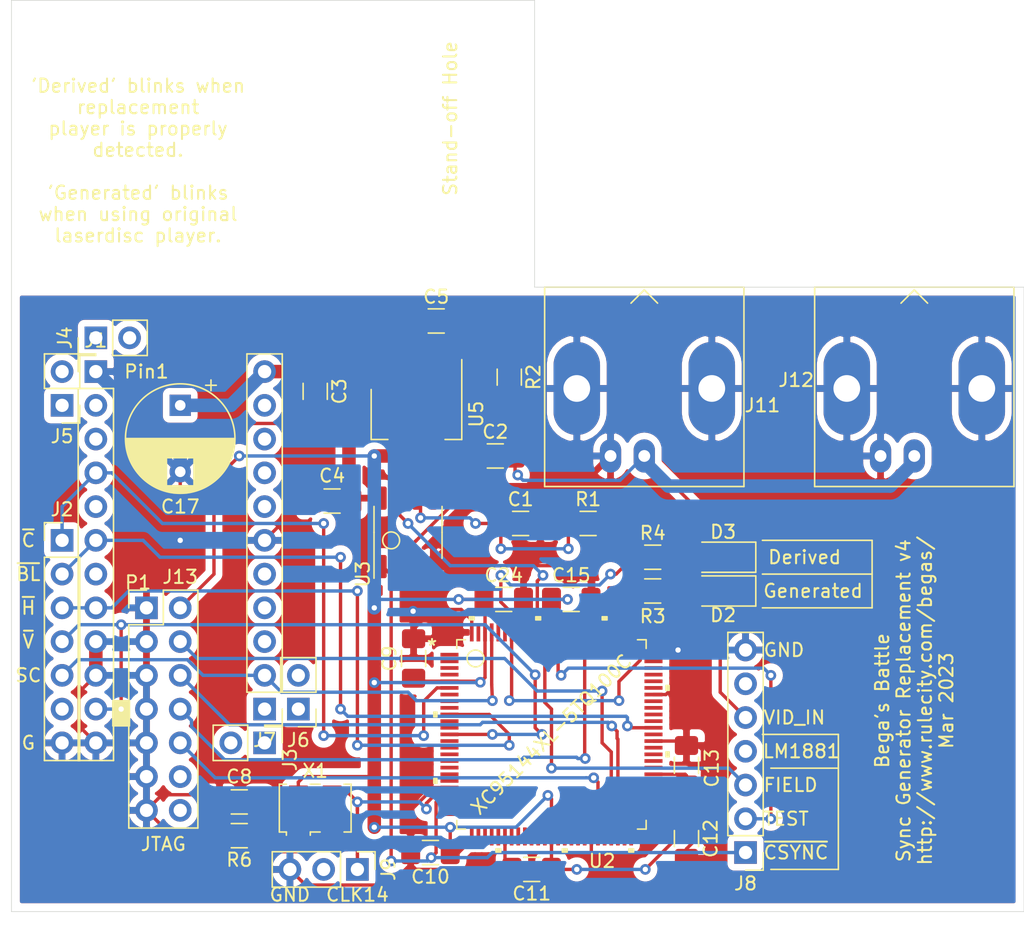
<source format=kicad_pcb>
(kicad_pcb (version 20171130) (host pcbnew "(5.1.12)-1")
  (layers (0 F.Cu signal) (31 B.Cu signal) (34 B.Paste user) (35 F.Paste user) (36 B.SilkS user) (37 F.SilkS user) (38 B.Mask user) (39 F.Mask user) (44 Edge.Cuts user))
  (net 0 "")
  (net 1 GND)
  (net 2 "Net-(J1-Pad2)")
  (net 3 "Net-(J1-Pad3)")
  (net 4 "Net-(J1-Pad5)")
  (net 5 "Net-(J1-Pad7)")
  (net 6 "Net-(J3-Pad1)")
  (net 7 "Net-(J3-Pad2)")
  (net 8 "Net-(J4-Pad1)")
  (net 9 "Net-(J4-Pad2)")
  (net 10 "Net-(J5-Pad2)")
  (net 11 "Net-(J5-Pad1)")
  (net 12 "Net-(J6-Pad2)")
  (net 13 "Net-(J6-Pad1)")
  (net 14 "Net-(J7-Pad1)")
  (net 15 "Net-(J7-Pad3)")
  (net 16 "Net-(J7-Pad4)")
  (net 17 "Net-(J7-Pad5)")
  (net 18 "Net-(J7-Pad7)")
  (net 19 "Net-(J7-Pad10)")
  (net 20 "Net-(C1-Pad1)")
  (net 21 "Net-(C2-Pad1)")
  (net 22 /VID_IN)
  (net 23 VCC)
  (net 24 /3V3)
  (net 25 "Net-(D2-Pad2)")
  (net 26 "Net-(D3-Pad2)")
  (net 27 /~CSYNC_OUT)
  (net 28 /~SGBLK_OUT)
  (net 29 /~HSYNC2_OUT)
  (net 30 /~VSYNC2_OUT)
  (net 31 /SUBCARRIER_OUT)
  (net 32 "Net-(J7-Pad8)")
  (net 33 "Net-(J7-Pad9)")
  (net 34 "Net-(J13-Pad12)")
  (net 35 "Net-(J13-Pad14)")
  (net 36 /SYNC_IS_GENERATED)
  (net 37 /SYNC_IS_FROM_NTSC)
  (net 38 "Net-(R6-Pad1)")
  (net 39 "Net-(U2-Pad1)")
  (net 40 "Net-(U2-Pad2)")
  (net 41 "Net-(U2-Pad3)")
  (net 42 "Net-(U2-Pad4)")
  (net 43 "Net-(U2-Pad7)")
  (net 44 "Net-(U2-Pad8)")
  (net 45 "Net-(U2-Pad9)")
  (net 46 "Net-(U2-Pad11)")
  (net 47 "Net-(U2-Pad14)")
  (net 48 "Net-(U2-Pad15)")
  (net 49 "Net-(U2-Pad16)")
  (net 50 "Net-(U2-Pad17)")
  (net 51 "Net-(U2-Pad18)")
  (net 52 "Net-(U2-Pad19)")
  (net 53 "Net-(U2-Pad20)")
  (net 54 /CLK14_3NATIVE)
  (net 55 "Net-(U2-Pad25)")
  (net 56 /~LM1881_CSYNC)
  (net 57 "Net-(U2-Pad28)")
  (net 58 "Net-(U2-Pad29)")
  (net 59 "Net-(U2-Pad30)")
  (net 60 "Net-(U2-Pad32)")
  (net 61 "Net-(U2-Pad33)")
  (net 62 "Net-(U2-Pad34)")
  (net 63 "Net-(U2-Pad35)")
  (net 64 "Net-(U2-Pad37)")
  (net 65 "Net-(U2-Pad39)")
  (net 66 "Net-(U2-Pad40)")
  (net 67 "Net-(U2-Pad42)")
  (net 68 "Net-(U2-Pad43)")
  (net 69 "Net-(U2-Pad46)")
  (net 70 "Net-(U2-Pad49)")
  (net 71 "Net-(U2-Pad50)")
  (net 72 "Net-(U2-Pad52)")
  (net 73 "Net-(U2-Pad53)")
  (net 74 "Net-(U2-Pad54)")
  (net 75 "Net-(U2-Pad55)")
  (net 76 "Net-(U2-Pad56)")
  (net 77 "Net-(U2-Pad58)")
  (net 78 "Net-(U2-Pad59)")
  (net 79 "Net-(U2-Pad60)")
  (net 80 "Net-(U2-Pad61)")
  (net 81 "Net-(U2-Pad63)")
  (net 82 "Net-(U2-Pad65)")
  (net 83 "Net-(U2-Pad66)")
  (net 84 "Net-(U2-Pad67)")
  (net 85 "Net-(U2-Pad68)")
  (net 86 "Net-(U2-Pad70)")
  (net 87 "Net-(U2-Pad71)")
  (net 88 "Net-(U2-Pad72)")
  (net 89 "Net-(U2-Pad73)")
  (net 90 "Net-(U2-Pad76)")
  (net 91 "Net-(U2-Pad77)")
  (net 92 "Net-(U2-Pad78)")
  (net 93 "Net-(U2-Pad79)")
  (net 94 "Net-(U2-Pad81)")
  (net 95 "Net-(U2-Pad82)")
  (net 96 "Net-(U2-Pad85)")
  (net 97 "Net-(U2-Pad90)")
  (net 98 /LM1881_FIELD_IS_TOP)
  (net 99 "Net-(U2-Pad92)")
  (net 100 "Net-(U2-Pad93)")
  (net 101 "Net-(U2-Pad95)")
  (net 102 "Net-(U2-Pad96)")
  (net 103 "Net-(U2-Pad99)")
  (net 104 "Net-(U3-Pad3)")
  (net 105 "Net-(J2-Pad6)")
  (net 106 "Net-(J8-Pad4)")
  (net 107 "Net-(J8-Pad6)")
  (net 108 "Net-(J9-Pad2)")
  (net 109 /TMS)
  (net 110 /TCK)
  (net 111 /TDO)
  (net 112 /TDI)
  (net 113 /TEST_OUTPUT)
  (net 114 "Net-(U2-Pad12)")
  (net 115 "Net-(U2-Pad24)")
  (net 116 "Net-(U2-Pad27)")
  (net 117 "Net-(U2-Pad36)")
  (net 118 "Net-(U2-Pad41)")
  (net 119 "Net-(U2-Pad74)")
  (net 120 "Net-(U2-Pad80)")
  (net 121 "Net-(U2-Pad86)")
  (net 122 "Net-(U3-Pad5)")
  (module Capacitor_SMD:C_1206_3216Metric_Pad1.42x1.75mm_HandSolder (layer F.Cu) (at 57.3675 27.94)
    (fp_text reference C5 (at 0 -1.82) (layer F.SilkS))
    (fp_text value 10uF)
    (pad 2 smd roundrect (at 1.4875 0) (size 1.425 1.75) (layers F.Cu F.Paste F.Mask) (roundrect_rratio 0.1754385964912281) (net 1 GND))
    (pad 1 smd roundrect (at -1.4875 0) (size 1.425 1.75) (layers F.Cu F.Paste F.Mask) (roundrect_rratio 0.1754385964912281) (net 24 /3V3))
  )
  (module Capacitor_SMD:C_1206_3216Metric_Pad1.42x1.75mm_HandSolder (layer F.Cu) (at 48.26 33.2375 270)
    (fp_text reference C3 (at 0 -1.82 90) (layer F.SilkS))
    (fp_text value 0.1uF)
    (pad 2 smd roundrect (at 1.4875 0 270) (size 1.425 1.75) (layers F.Cu F.Paste F.Mask) (roundrect_rratio 0.1754385964912281) (net 1 GND))
    (pad 1 smd roundrect (at -1.4875 0 270) (size 1.425 1.75) (layers F.Cu F.Paste F.Mask) (roundrect_rratio 0.1754385964912281) (net 23 VCC))
  )
  (module Capacitor_SMD:C_1206_3216Metric_Pad1.42x1.75mm_HandSolder (layer F.Cu) (at 49.53 41.4925 180)
    (fp_text reference C4 (at 0 1.905) (layer F.SilkS))
    (fp_text value 0.1uF)
    (pad 2 smd roundrect (at 1.4875 0 180) (size 1.425 1.75) (layers F.Cu F.Paste F.Mask) (roundrect_rratio 0.1754385964912281) (net 1 GND))
    (pad 1 smd roundrect (at -1.4875 0 180) (size 1.425 1.75) (layers F.Cu F.Paste F.Mask) (roundrect_rratio 0.1754385964912281) (net 23 VCC))
  )
  (module Capacitor_SMD:C_1206_3216Metric_Pad1.42x1.75mm_HandSolder (layer F.Cu) (at 42.545 64.135 180)
    (fp_text reference C8 (at 0 1.905) (layer F.SilkS))
    (fp_text value 0.1uF)
    (pad 1 smd roundrect (at -1.4875 0 180) (size 1.425 1.75) (layers F.Cu F.Paste F.Mask) (roundrect_rratio 0.1754385964912281) (net 24 /3V3))
    (pad 2 smd roundrect (at 1.4875 0 180) (size 1.425 1.75) (layers F.Cu F.Paste F.Mask) (roundrect_rratio 0.1754385964912281) (net 1 GND))
  )
  (module Capacitor_SMD:C_1206_3216Metric_Pad1.42x1.75mm_HandSolder (layer F.Cu) (at 56.9325 67.945 180)
    (fp_text reference C10 (at 0 -1.82) (layer F.SilkS))
    (fp_text value 0.1uF)
    (pad 1 smd roundrect (at -1.4875 0 180) (size 1.425 1.75) (layers F.Cu F.Paste F.Mask) (roundrect_rratio 0.1754385964912281) (net 24 /3V3))
    (pad 2 smd roundrect (at 1.4875 0 180) (size 1.425 1.75) (layers F.Cu F.Paste F.Mask) (roundrect_rratio 0.1754385964912281) (net 1 GND))
  )
  (module Capacitor_SMD:C_1206_3216Metric_Pad1.42x1.75mm_HandSolder (layer F.Cu) (at 64.5525 69.215 180)
    (fp_text reference C11 (at 0 -1.82) (layer F.SilkS))
    (fp_text value 0.1uF)
    (pad 1 smd roundrect (at -1.4875 0 180) (size 1.425 1.75) (layers F.Cu F.Paste F.Mask) (roundrect_rratio 0.1754385964912281) (net 24 /3V3))
    (pad 2 smd roundrect (at 1.4875 0 180) (size 1.425 1.75) (layers F.Cu F.Paste F.Mask) (roundrect_rratio 0.1754385964912281) (net 1 GND))
  )
  (module Capacitor_SMD:C_1206_3216Metric_Pad1.42x1.75mm_HandSolder (layer F.Cu) (at 76.2 61.3775 90)
    (fp_text reference C13 (at -0.2175 1.905 90) (layer F.SilkS))
    (fp_text value 0.1uF)
    (pad 2 smd roundrect (at 1.4875 0 90) (size 1.425 1.75) (layers F.Cu F.Paste F.Mask) (roundrect_rratio 0.1754385964912281) (net 1 GND))
    (pad 1 smd roundrect (at -1.4875 0 90) (size 1.425 1.75) (layers F.Cu F.Paste F.Mask) (roundrect_rratio 0.1754385964912281) (net 24 /3V3))
  )
  (module Capacitor_SMD:C_1206_3216Metric_Pad1.42x1.75mm_HandSolder (layer F.Cu) (at 76.2 66.8925 270)
    (fp_text reference C12 (at 0 -1.82 90) (layer F.SilkS))
    (fp_text value 0.1uF)
    (pad 1 smd roundrect (at -1.4875 0 270) (size 1.425 1.75) (layers F.Cu F.Paste F.Mask) (roundrect_rratio 0.1754385964912281) (net 24 /3V3))
    (pad 2 smd roundrect (at 1.4875 0 270) (size 1.425 1.75) (layers F.Cu F.Paste F.Mask) (roundrect_rratio 0.1754385964912281) (net 1 GND))
  )
  (module Capacitor_SMD:C_1206_3216Metric_Pad1.42x1.75mm_HandSolder (layer F.Cu) (at 67.5275 48.895)
    (fp_text reference C15 (at 0 -1.82) (layer F.SilkS))
    (fp_text value 0.1uF)
    (pad 1 smd roundrect (at -1.4875 0) (size 1.425 1.75) (layers F.Cu F.Paste F.Mask) (roundrect_rratio 0.1754385964912281) (net 24 /3V3))
    (pad 2 smd roundrect (at 1.4875 0) (size 1.425 1.75) (layers F.Cu F.Paste F.Mask) (roundrect_rratio 0.1754385964912281) (net 1 GND))
  )
  (module Capacitor_THT:CP_Radial_D8.0mm_P5.00mm (layer F.Cu) (at 38.1 34.29 270)
    (fp_text reference C17 (at 7.62 0) (layer F.SilkS))
    (fp_text value 470uF)
    (pad 1 thru_hole rect (at 0 0 270) (size 1.6 1.6) (drill 0.8) (layers *.Cu *.Mask) (net 23 VCC))
    (pad 2 thru_hole circle (at 5 0 270) (size 1.6 1.6) (drill 0.8) (layers *.Cu *.Mask) (net 1 GND))
  )
  (module Capacitor_SMD:C_1206_3216Metric_Pad1.42x1.75mm_HandSolder (layer F.Cu) (at 63.7175 43.18)
    (fp_text reference C1 (at 0 -1.82) (layer F.SilkS))
    (fp_text value 0.1uF)
    (pad 1 smd roundrect (at -1.4875 0) (size 1.425 1.75) (layers F.Cu F.Paste F.Mask) (roundrect_rratio 0.1754385964912281) (net 20 "Net-(C1-Pad1)"))
    (pad 2 smd roundrect (at 1.4875 0) (size 1.425 1.75) (layers F.Cu F.Paste F.Mask) (roundrect_rratio 0.1754385964912281) (net 1 GND))
  )
  (module Capacitor_SMD:C_1206_3216Metric_Pad1.42x1.75mm_HandSolder (layer F.Cu) (at 61.8125 38.1)
    (fp_text reference C2 (at 0 -1.82) (layer F.SilkS))
    (fp_text value 0.1uF)
    (pad 1 smd roundrect (at -1.4875 0) (size 1.425 1.75) (layers F.Cu F.Paste F.Mask) (roundrect_rratio 0.1754385964912281) (net 21 "Net-(C2-Pad1)"))
    (pad 2 smd roundrect (at 1.4875 0) (size 1.425 1.75) (layers F.Cu F.Paste F.Mask) (roundrect_rratio 0.1754385964912281) (net 22 /VID_IN))
  )
  (module Capacitor_SMD:C_1206_3216Metric_Pad1.42x1.75mm_HandSolder (layer F.Cu) (at 55.6625 53.34 90)
    (fp_text reference C9 (at 0 -1.82 90) (layer F.SilkS))
    (fp_text value 0.1uF)
    (pad 2 smd roundrect (at 1.4875 0 90) (size 1.425 1.75) (layers F.Cu F.Paste F.Mask) (roundrect_rratio 0.1754385964912281) (net 1 GND))
    (pad 1 smd roundrect (at -1.4875 0 90) (size 1.425 1.75) (layers F.Cu F.Paste F.Mask) (roundrect_rratio 0.1754385964912281) (net 24 /3V3))
  )
  (module Resistor_SMD:R_1206_3216Metric_Pad1.42x1.75mm_HandSolder (layer F.Cu) (at 73.66 48.26)
    (fp_text reference R3 (at 0 1.905) (layer F.SilkS))
    (fp_text value 220)
    (pad 1 smd roundrect (at -1.4875 0) (size 1.425 1.75) (layers F.Cu F.Paste F.Mask) (roundrect_rratio 0.1754385964912281) (net 36 /SYNC_IS_GENERATED))
    (pad 2 smd roundrect (at 1.4875 0) (size 1.425 1.75) (layers F.Cu F.Paste F.Mask) (roundrect_rratio 0.1754385964912281) (net 25 "Net-(D2-Pad2)"))
  )
  (module LED_SMD:LED_1206_3216Metric_Pad1.42x1.75mm_HandSolder (layer F.Cu) (at 78.9575 48.26 180)
    (fp_text reference D2 (at 0 -1.82) (layer F.SilkS))
    (fp_text value LED)
    (pad 2 smd roundrect (at 1.4875 0 180) (size 1.425 1.75) (layers F.Cu F.Paste F.Mask) (roundrect_rratio 0.1754385964912281) (net 25 "Net-(D2-Pad2)"))
    (pad 1 smd roundrect (at -1.4875 0 180) (size 1.425 1.75) (layers F.Cu F.Paste F.Mask) (roundrect_rratio 0.1754385964912281) (net 1 GND))
  )
  (module Resistor_SMD:R_1206_3216Metric_Pad1.42x1.75mm_HandSolder (layer F.Cu) (at 73.66 45.72)
    (fp_text reference R4 (at 0 -1.82) (layer F.SilkS))
    (fp_text value 220)
    (pad 2 smd roundrect (at 1.4875 0) (size 1.425 1.75) (layers F.Cu F.Paste F.Mask) (roundrect_rratio 0.1754385964912281) (net 26 "Net-(D3-Pad2)"))
    (pad 1 smd roundrect (at -1.4875 0) (size 1.425 1.75) (layers F.Cu F.Paste F.Mask) (roundrect_rratio 0.1754385964912281) (net 37 /SYNC_IS_FROM_NTSC))
  )
  (module Capacitor_SMD:C_1206_3216Metric_Pad1.42x1.75mm_HandSolder (layer F.Cu) (at 62.4475 48.895)
    (fp_text reference C24 (at 0 -1.82) (layer F.SilkS))
    (fp_text value 0.1uF)
    (pad 2 smd roundrect (at 1.4875 0) (size 1.425 1.75) (layers F.Cu F.Paste F.Mask) (roundrect_rratio 0.1754385964912281) (net 1 GND))
    (pad 1 smd roundrect (at -1.4875 0) (size 1.425 1.75) (layers F.Cu F.Paste F.Mask) (roundrect_rratio 0.1754385964912281) (net 24 /3V3))
  )
  (module Resistor_SMD:R_1206_3216Metric_Pad1.42x1.75mm_HandSolder (layer F.Cu) (at 42.545 66.675 180)
    (fp_text reference R6 (at 0 -1.82) (layer F.SilkS))
    (fp_text value 1k)
    (pad 2 smd roundrect (at 1.4875 0 180) (size 1.425 1.75) (layers F.Cu F.Paste F.Mask) (roundrect_rratio 0.1754385964912281) (net 24 /3V3))
    (pad 1 smd roundrect (at -1.4875 0 180) (size 1.425 1.75) (layers F.Cu F.Paste F.Mask) (roundrect_rratio 0.1754385964912281) (net 38 "Net-(R6-Pad1)"))
  )
  (module whatever:XC95144XL-5TQG100C (layer F.Cu) (at 66.04 59.055)
    (fp_text reference U2 (at 3.81 9.525) (layer F.SilkS))
    (fp_text value XC95144XL-5TQ100C (at 0 0 45) (layer F.SilkS))
    (fp_text user * (at -8.9916 -6.631) (layer F.SilkS))
    (fp_text user * (at -8.9916 -6.631) (layer F.SilkS))
    (pad 1 smd rect (at -7.67715 -6.000001 90) (size 0.2794 1.3589) (layers F.Cu F.Paste F.Mask) (net 39 "Net-(U2-Pad1)"))
    (pad 2 smd rect (at -7.67715 -5.499999 90) (size 0.2794 1.3589) (layers F.Cu F.Paste F.Mask) (net 40 "Net-(U2-Pad2)"))
    (pad 3 smd rect (at -7.67715 -5 90) (size 0.2794 1.3589) (layers F.Cu F.Paste F.Mask) (net 41 "Net-(U2-Pad3)"))
    (pad 4 smd rect (at -7.67715 -4.500001 90) (size 0.2794 1.3589) (layers F.Cu F.Paste F.Mask) (net 42 "Net-(U2-Pad4)"))
    (pad 5 smd rect (at -7.67715 -4 90) (size 0.2794 1.3589) (layers F.Cu F.Paste F.Mask) (net 24 /3V3))
    (pad 6 smd rect (at -7.67715 -3.500001 90) (size 0.2794 1.3589) (layers F.Cu F.Paste F.Mask) (net 27 /~CSYNC_OUT))
    (pad 7 smd rect (at -7.67715 -2.999999 90) (size 0.2794 1.3589) (layers F.Cu F.Paste F.Mask) (net 43 "Net-(U2-Pad7)"))
    (pad 8 smd rect (at -7.67715 -2.5 90) (size 0.2794 1.3589) (layers F.Cu F.Paste F.Mask) (net 44 "Net-(U2-Pad8)"))
    (pad 9 smd rect (at -7.67715 -2.000001 90) (size 0.2794 1.3589) (layers F.Cu F.Paste F.Mask) (net 45 "Net-(U2-Pad9)"))
    (pad 10 smd rect (at -7.67715 -1.5 90) (size 0.2794 1.3589) (layers F.Cu F.Paste F.Mask) (net 29 /~HSYNC2_OUT))
    (pad 11 smd rect (at -7.67715 -1.000001 90) (size 0.2794 1.3589) (layers F.Cu F.Paste F.Mask) (net 46 "Net-(U2-Pad11)"))
    (pad 12 smd rect (at -7.67715 -0.500002 90) (size 0.2794 1.3589) (layers F.Cu F.Paste F.Mask) (net 114 "Net-(U2-Pad12)"))
    (pad 13 smd rect (at -7.67715 0 90) (size 0.2794 1.3589) (layers F.Cu F.Paste F.Mask) (net 30 /~VSYNC2_OUT))
    (pad 14 smd rect (at -7.67715 0.499999 90) (size 0.2794 1.3589) (layers F.Cu F.Paste F.Mask) (net 47 "Net-(U2-Pad14)"))
    (pad 15 smd rect (at -7.67715 1.000001 90) (size 0.2794 1.3589) (layers F.Cu F.Paste F.Mask) (net 48 "Net-(U2-Pad15)"))
    (pad 16 smd rect (at -7.67715 1.5 90) (size 0.2794 1.3589) (layers F.Cu F.Paste F.Mask) (net 49 "Net-(U2-Pad16)"))
    (pad 17 smd rect (at -7.67715 1.999999 90) (size 0.2794 1.3589) (layers F.Cu F.Paste F.Mask) (net 50 "Net-(U2-Pad17)"))
    (pad 18 smd rect (at -7.67715 2.5 90) (size 0.2794 1.3589) (layers F.Cu F.Paste F.Mask) (net 51 "Net-(U2-Pad18)"))
    (pad 19 smd rect (at -7.67715 2.999999 90) (size 0.2794 1.3589) (layers F.Cu F.Paste F.Mask) (net 52 "Net-(U2-Pad19)"))
    (pad 20 smd rect (at -7.67715 3.500001 90) (size 0.2794 1.3589) (layers F.Cu F.Paste F.Mask) (net 53 "Net-(U2-Pad20)"))
    (pad 21 smd rect (at -7.67715 4 90) (size 0.2794 1.3589) (layers F.Cu F.Paste F.Mask) (net 1 GND))
    (pad 22 smd rect (at -7.67715 4.499999 90) (size 0.2794 1.3589) (layers F.Cu F.Paste F.Mask) (net 54 /CLK14_3NATIVE))
    (pad 23 smd rect (at -7.67715 5 90) (size 0.2794 1.3589) (layers F.Cu F.Paste F.Mask) (net 56 /~LM1881_CSYNC))
    (pad 24 smd rect (at -7.67715 5.499999 90) (size 0.2794 1.3589) (layers F.Cu F.Paste F.Mask) (net 115 "Net-(U2-Pad24)"))
    (pad 25 smd rect (at -7.67715 6.000001 90) (size 0.2794 1.3589) (layers F.Cu F.Paste F.Mask) (net 55 "Net-(U2-Pad25)"))
    (pad 26 smd rect (at -6.000001 7.67715) (size 0.2794 1.3589) (layers F.Cu F.Paste F.Mask) (net 24 /3V3))
    (pad 27 smd rect (at -5.499999 7.67715) (size 0.2794 1.3589) (layers F.Cu F.Paste F.Mask) (net 116 "Net-(U2-Pad27)"))
    (pad 28 smd rect (at -5 7.67715) (size 0.2794 1.3589) (layers F.Cu F.Paste F.Mask) (net 57 "Net-(U2-Pad28)"))
    (pad 29 smd rect (at -4.500001 7.67715) (size 0.2794 1.3589) (layers F.Cu F.Paste F.Mask) (net 58 "Net-(U2-Pad29)"))
    (pad 30 smd rect (at -4 7.67715) (size 0.2794 1.3589) (layers F.Cu F.Paste F.Mask) (net 59 "Net-(U2-Pad30)"))
    (pad 31 smd rect (at -3.500001 7.67715) (size 0.2794 1.3589) (layers F.Cu F.Paste F.Mask) (net 1 GND))
    (pad 32 smd rect (at -2.999999 7.67715) (size 0.2794 1.3589) (layers F.Cu F.Paste F.Mask) (net 60 "Net-(U2-Pad32)"))
    (pad 33 smd rect (at -2.5 7.67715) (size 0.2794 1.3589) (layers F.Cu F.Paste F.Mask) (net 61 "Net-(U2-Pad33)"))
    (pad 34 smd rect (at -2.000001 7.67715) (size 0.2794 1.3589) (layers F.Cu F.Paste F.Mask) (net 62 "Net-(U2-Pad34)"))
    (pad 35 smd rect (at -1.5 7.67715) (size 0.2794 1.3589) (layers F.Cu F.Paste F.Mask) (net 63 "Net-(U2-Pad35)"))
    (pad 36 smd rect (at -1.000001 7.67715) (size 0.2794 1.3589) (layers F.Cu F.Paste F.Mask) (net 117 "Net-(U2-Pad36)"))
    (pad 37 smd rect (at -0.499999 7.67715) (size 0.2794 1.3589) (layers F.Cu F.Paste F.Mask) (net 64 "Net-(U2-Pad37)"))
    (pad 38 smd rect (at 0 7.67715) (size 0.2794 1.3589) (layers F.Cu F.Paste F.Mask) (net 24 /3V3))
    (pad 39 smd rect (at 0.499999 7.67715) (size 0.2794 1.3589) (layers F.Cu F.Paste F.Mask) (net 65 "Net-(U2-Pad39)"))
    (pad 40 smd rect (at 1.000001 7.67715) (size 0.2794 1.3589) (layers F.Cu F.Paste F.Mask) (net 66 "Net-(U2-Pad40)"))
    (pad 41 smd rect (at 1.5 7.67715) (size 0.2794 1.3589) (layers F.Cu F.Paste F.Mask) (net 118 "Net-(U2-Pad41)"))
    (pad 42 smd rect (at 2.000001 7.67715) (size 0.2794 1.3589) (layers F.Cu F.Paste F.Mask) (net 67 "Net-(U2-Pad42)"))
    (pad 43 smd rect (at 2.5 7.67715) (size 0.2794 1.3589) (layers F.Cu F.Paste F.Mask) (net 68 "Net-(U2-Pad43)"))
    (pad 44 smd rect (at 2.999999 7.67715) (size 0.2794 1.3589) (layers F.Cu F.Paste F.Mask) (net 1 GND))
    (pad 45 smd rect (at 3.500001 7.67715) (size 0.2794 1.3589) (layers F.Cu F.Paste F.Mask) (net 112 /TDI))
    (pad 46 smd rect (at 4 7.67715) (size 0.2794 1.3589) (layers F.Cu F.Paste F.Mask) (net 69 "Net-(U2-Pad46)"))
    (pad 47 smd rect (at 4.500001 7.67715) (size 0.2794 1.3589) (layers F.Cu F.Paste F.Mask) (net 109 /TMS))
    (pad 48 smd rect (at 5 7.67715) (size 0.2794 1.3589) (layers F.Cu F.Paste F.Mask) (net 110 /TCK))
    (pad 49 smd rect (at 5.499999 7.67715) (size 0.2794 1.3589) (layers F.Cu F.Paste F.Mask) (net 70 "Net-(U2-Pad49)"))
    (pad 50 smd rect (at 6.000001 7.67715) (size 0.2794 1.3589) (layers F.Cu F.Paste F.Mask) (net 71 "Net-(U2-Pad50)"))
    (pad 51 smd rect (at 7.67715 6.000001 90) (size 0.2794 1.3589) (layers F.Cu F.Paste F.Mask) (net 24 /3V3))
    (pad 52 smd rect (at 7.67715 5.499999 90) (size 0.2794 1.3589) (layers F.Cu F.Paste F.Mask) (net 72 "Net-(U2-Pad52)"))
    (pad 53 smd rect (at 7.67715 5 90) (size 0.2794 1.3589) (layers F.Cu F.Paste F.Mask) (net 73 "Net-(U2-Pad53)"))
    (pad 54 smd rect (at 7.67715 4.500001 90) (size 0.2794 1.3589) (layers F.Cu F.Paste F.Mask) (net 74 "Net-(U2-Pad54)"))
    (pad 55 smd rect (at 7.67715 4 90) (size 0.2794 1.3589) (layers F.Cu F.Paste F.Mask) (net 75 "Net-(U2-Pad55)"))
    (pad 56 smd rect (at 7.67715 3.500001 90) (size 0.2794 1.3589) (layers F.Cu F.Paste F.Mask) (net 76 "Net-(U2-Pad56)"))
    (pad 57 smd rect (at 7.67715 2.999999 90) (size 0.2794 1.3589) (layers F.Cu F.Paste F.Mask) (net 24 /3V3))
    (pad 58 smd rect (at 7.67715 2.5 90) (size 0.2794 1.3589) (layers F.Cu F.Paste F.Mask) (net 77 "Net-(U2-Pad58)"))
    (pad 59 smd rect (at 7.67715 2.000001 90) (size 0.2794 1.3589) (layers F.Cu F.Paste F.Mask) (net 78 "Net-(U2-Pad59)"))
    (pad 60 smd rect (at 7.67715 1.5 90) (size 0.2794 1.3589) (layers F.Cu F.Paste F.Mask) (net 79 "Net-(U2-Pad60)"))
    (pad 61 smd rect (at 7.67715 1.000001 90) (size 0.2794 1.3589) (layers F.Cu F.Paste F.Mask) (net 80 "Net-(U2-Pad61)"))
    (pad 62 smd rect (at 7.67715 0.499999 90) (size 0.2794 1.3589) (layers F.Cu F.Paste F.Mask) (net 1 GND))
    (pad 63 smd rect (at 7.67715 0 90) (size 0.2794 1.3589) (layers F.Cu F.Paste F.Mask) (net 81 "Net-(U2-Pad63)"))
    (pad 64 smd rect (at 7.67715 -0.499999 90) (size 0.2794 1.3589) (layers F.Cu F.Paste F.Mask) (net 28 /~SGBLK_OUT))
    (pad 65 smd rect (at 7.67715 -1.000001 90) (size 0.2794 1.3589) (layers F.Cu F.Paste F.Mask) (net 82 "Net-(U2-Pad65)"))
    (pad 66 smd rect (at 7.67715 -1.5 90) (size 0.2794 1.3589) (layers F.Cu F.Paste F.Mask) (net 83 "Net-(U2-Pad66)"))
    (pad 67 smd rect (at 7.67715 -2.000001 90) (size 0.2794 1.3589) (layers F.Cu F.Paste F.Mask) (net 84 "Net-(U2-Pad67)"))
    (pad 68 smd rect (at 7.67715 -2.5 90) (size 0.2794 1.3589) (layers F.Cu F.Paste F.Mask) (net 85 "Net-(U2-Pad68)"))
    (pad 69 smd rect (at 7.67715 -2.999999 90) (size 0.2794 1.3589) (layers F.Cu F.Paste F.Mask) (net 1 GND))
    (pad 70 smd rect (at 7.67715 -3.500001 90) (size 0.2794 1.3589) (layers F.Cu F.Paste F.Mask) (net 86 "Net-(U2-Pad70)"))
    (pad 71 smd rect (at 7.67715 -4 90) (size 0.2794 1.3589) (layers F.Cu F.Paste F.Mask) (net 87 "Net-(U2-Pad71)"))
    (pad 72 smd rect (at 7.67715 -4.500001 90) (size 0.2794 1.3589) (layers F.Cu F.Paste F.Mask) (net 88 "Net-(U2-Pad72)"))
    (pad 73 smd rect (at 7.67715 -5 90) (size 0.2794 1.3589) (layers F.Cu F.Paste F.Mask) (net 89 "Net-(U2-Pad73)"))
    (pad 74 smd rect (at 7.67715 -5.499999 90) (size 0.2794 1.3589) (layers F.Cu F.Paste F.Mask) (net 119 "Net-(U2-Pad74)"))
    (pad 75 smd rect (at 7.67715 -6.000001 90) (size 0.2794 1.3589) (layers F.Cu F.Paste F.Mask) (net 1 GND))
    (pad 76 smd rect (at 6.000001 -7.67715) (size 0.2794 1.3589) (layers F.Cu F.Paste F.Mask) (net 90 "Net-(U2-Pad76)"))
    (pad 77 smd rect (at 5.499999 -7.67715) (size 0.2794 1.3589) (layers F.Cu F.Paste F.Mask) (net 91 "Net-(U2-Pad77)"))
    (pad 78 smd rect (at 5 -7.67715) (size 0.2794 1.3589) (layers F.Cu F.Paste F.Mask) (net 92 "Net-(U2-Pad78)"))
    (pad 79 smd rect (at 4.500001 -7.67715) (size 0.2794 1.3589) (layers F.Cu F.Paste F.Mask) (net 93 "Net-(U2-Pad79)"))
    (pad 80 smd rect (at 4 -7.67715) (size 0.2794 1.3589) (layers F.Cu F.Paste F.Mask) (net 120 "Net-(U2-Pad80)"))
    (pad 81 smd rect (at 3.500001 -7.67715) (size 0.2794 1.3589) (layers F.Cu F.Paste F.Mask) (net 94 "Net-(U2-Pad81)"))
    (pad 82 smd rect (at 2.999999 -7.67715) (size 0.2794 1.3589) (layers F.Cu F.Paste F.Mask) (net 95 "Net-(U2-Pad82)"))
    (pad 83 smd rect (at 2.5 -7.67715) (size 0.2794 1.3589) (layers F.Cu F.Paste F.Mask) (net 111 /TDO))
    (pad 84 smd rect (at 2.000001 -7.67715) (size 0.2794 1.3589) (layers F.Cu F.Paste F.Mask) (net 1 GND))
    (pad 85 smd rect (at 1.5 -7.67715) (size 0.2794 1.3589) (layers F.Cu F.Paste F.Mask) (net 96 "Net-(U2-Pad85)"))
    (pad 86 smd rect (at 1.000001 -7.67715) (size 0.2794 1.3589) (layers F.Cu F.Paste F.Mask) (net 121 "Net-(U2-Pad86)"))
    (pad 87 smd rect (at 0.499999 -7.67715) (size 0.2794 1.3589) (layers F.Cu F.Paste F.Mask) (net 113 /TEST_OUTPUT))
    (pad 88 smd rect (at 0 -7.67715) (size 0.2794 1.3589) (layers F.Cu F.Paste F.Mask) (net 24 /3V3))
    (pad 89 smd rect (at -0.499999 -7.67715) (size 0.2794 1.3589) (layers F.Cu F.Paste F.Mask) (net 98 /LM1881_FIELD_IS_TOP))
    (pad 90 smd rect (at -1.000001 -7.67715) (size 0.2794 1.3589) (layers F.Cu F.Paste F.Mask) (net 97 "Net-(U2-Pad90)"))
    (pad 91 smd rect (at -1.5 -7.67715) (size 0.2794 1.3589) (layers F.Cu F.Paste F.Mask) (net 37 /SYNC_IS_FROM_NTSC))
    (pad 92 smd rect (at -2.000001 -7.67715) (size 0.2794 1.3589) (layers F.Cu F.Paste F.Mask) (net 99 "Net-(U2-Pad92)"))
    (pad 93 smd rect (at -2.5 -7.67715) (size 0.2794 1.3589) (layers F.Cu F.Paste F.Mask) (net 100 "Net-(U2-Pad93)"))
    (pad 94 smd rect (at -2.999999 -7.67715) (size 0.2794 1.3589) (layers F.Cu F.Paste F.Mask) (net 36 /SYNC_IS_GENERATED))
    (pad 95 smd rect (at -3.500001 -7.67715) (size 0.2794 1.3589) (layers F.Cu F.Paste F.Mask) (net 101 "Net-(U2-Pad95)"))
    (pad 96 smd rect (at -4 -7.67715) (size 0.2794 1.3589) (layers F.Cu F.Paste F.Mask) (net 102 "Net-(U2-Pad96)"))
    (pad 97 smd rect (at -4.500001 -7.67715) (size 0.2794 1.3589) (layers F.Cu F.Paste F.Mask) (net 31 /SUBCARRIER_OUT))
    (pad 98 smd rect (at -5 -7.67715) (size 0.2794 1.3589) (layers F.Cu F.Paste F.Mask) (net 24 /3V3))
    (pad 99 smd rect (at -5.499999 -7.67715) (size 0.2794 1.3589) (layers F.Cu F.Paste F.Mask) (net 103 "Net-(U2-Pad99)"))
    (pad 100 smd rect (at -6.000001 -7.67715) (size 0.2794 1.3589) (layers F.Cu F.Paste F.Mask) (net 1 GND))
  )
  (module Package_TO_SOT_SMD:SOT-223-3_TabPin2 (layer F.Cu) (at 55.88 34.95 270)
    (fp_text reference U5 (at 0 -4.5 90) (layer F.SilkS))
    (fp_text value LD1117S33TR_SOT223)
    (pad 2 smd rect (at 3.15 0 270) (size 2 3.8) (layers F.Cu F.Paste F.Mask) (net 24 /3V3))
    (pad 2 smd rect (at -3.15 0 270) (size 2 1.5) (layers F.Cu F.Paste F.Mask) (net 24 /3V3))
    (pad 3 smd rect (at -3.15 2.3 270) (size 2 1.5) (layers F.Cu F.Paste F.Mask) (net 23 VCC))
    (pad 1 smd rect (at -3.15 -2.3 270) (size 2 1.5) (layers F.Cu F.Paste F.Mask) (net 1 GND))
  )
  (module LED_SMD:LED_1206_3216Metric_Pad1.42x1.75mm_HandSolder (layer F.Cu) (at 78.9575 45.72 180)
    (fp_text reference D3 (at 0 1.905) (layer F.SilkS))
    (fp_text value LED)
    (pad 1 smd roundrect (at -1.4875 0 180) (size 1.425 1.75) (layers F.Cu F.Paste F.Mask) (roundrect_rratio 0.1754385964912281) (net 1 GND))
    (pad 2 smd roundrect (at 1.4875 0 180) (size 1.425 1.75) (layers F.Cu F.Paste F.Mask) (roundrect_rratio 0.1754385964912281) (net 26 "Net-(D3-Pad2)"))
  )
  (module Connector_Coaxial:BNC_Amphenol_B6252HB-NPP3G-50_Horizontal (layer F.Cu) (at 93.345 38.1)
    (fp_text reference J12 (at -8.89 -5.715) (layer F.SilkS))
    (fp_text value Conn_Coaxial)
    (pad 2 thru_hole oval (at -2.54 0) (size 1.6 2.5) (drill 0.89) (layers *.Cu *.Mask) (net 1 GND))
    (pad 1 thru_hole oval (at 0 0) (size 1.6 2.5) (drill 0.89) (layers *.Cu *.Mask) (net 22 /VID_IN))
    (pad 2 thru_hole oval (at 5.08 -5.08) (size 3.5 7) (drill 2.01) (layers *.Cu *.Mask) (net 1 GND))
    (pad 2 thru_hole oval (at -5.08 -5.08) (size 3.5 7) (drill 2.01) (layers *.Cu *.Mask) (net 1 GND))
  )
  (module Connector_Coaxial:BNC_Amphenol_B6252HB-NPP3G-50_Horizontal (layer F.Cu) (at 73.025 38.1)
    (fp_text reference J11 (at 8.89 -3.81) (layer F.SilkS))
    (fp_text value Conn_Coaxial)
    (pad 2 thru_hole oval (at -5.08 -5.08) (size 3.5 7) (drill 2.01) (layers *.Cu *.Mask) (net 1 GND))
    (pad 2 thru_hole oval (at 5.08 -5.08) (size 3.5 7) (drill 2.01) (layers *.Cu *.Mask) (net 1 GND))
    (pad 1 thru_hole oval (at 0 0) (size 1.6 2.5) (drill 0.89) (layers *.Cu *.Mask) (net 22 /VID_IN))
    (pad 2 thru_hole oval (at -2.54 0) (size 1.6 2.5) (drill 0.89) (layers *.Cu *.Mask) (net 1 GND))
  )
  (module Connector_PinHeader_2.54mm:PinHeader_2x07_P2.54mm_Vertical (layer F.Cu) (at 35.56 49.53)
    (fp_text reference J13 (at 2.54 -2.33) (layer F.SilkS))
    (fp_text value Conn_02x07_Odd_Even)
    (pad 1 thru_hole rect (at 0 0) (size 1.7 1.7) (drill 1) (layers *.Cu *.Mask) (net 1 GND))
    (pad 2 thru_hole oval (at 2.54 0) (size 1.7 1.7) (drill 1) (layers *.Cu *.Mask) (net 24 /3V3))
    (pad 3 thru_hole oval (at 0 2.54) (size 1.7 1.7) (drill 1) (layers *.Cu *.Mask) (net 1 GND))
    (pad 4 thru_hole oval (at 2.54 2.54) (size 1.7 1.7) (drill 1) (layers *.Cu *.Mask) (net 109 /TMS))
    (pad 5 thru_hole oval (at 0 5.08) (size 1.7 1.7) (drill 1) (layers *.Cu *.Mask) (net 1 GND))
    (pad 6 thru_hole oval (at 2.54 5.08) (size 1.7 1.7) (drill 1) (layers *.Cu *.Mask) (net 110 /TCK))
    (pad 7 thru_hole oval (at 0 7.62) (size 1.7 1.7) (drill 1) (layers *.Cu *.Mask) (net 1 GND))
    (pad 8 thru_hole oval (at 2.54 7.62) (size 1.7 1.7) (drill 1) (layers *.Cu *.Mask) (net 111 /TDO))
    (pad 9 thru_hole oval (at 0 10.16) (size 1.7 1.7) (drill 1) (layers *.Cu *.Mask) (net 1 GND))
    (pad 10 thru_hole oval (at 2.54 10.16) (size 1.7 1.7) (drill 1) (layers *.Cu *.Mask) (net 112 /TDI))
    (pad 11 thru_hole oval (at 0 12.7) (size 1.7 1.7) (drill 1) (layers *.Cu *.Mask) (net 1 GND))
    (pad 12 thru_hole oval (at 2.54 12.7) (size 1.7 1.7) (drill 1) (layers *.Cu *.Mask) (net 34 "Net-(J13-Pad12)"))
    (pad 13 thru_hole oval (at 0 15.24) (size 1.7 1.7) (drill 1) (layers *.Cu *.Mask) (net 1 GND))
    (pad 14 thru_hole oval (at 2.54 15.24) (size 1.7 1.7) (drill 1) (layers *.Cu *.Mask) (net 35 "Net-(J13-Pad14)"))
  )
  (module Package_SO:SO-8_3.9x4.9mm_P1.27mm (layer F.Cu) (at 55.245 43.85 90)
    (fp_text reference U3 (at -3.14 -3.4 90) (layer F.SilkS))
    (fp_text value LM1881)
    (pad 1 smd roundrect (at -2.575 -1.905 90) (size 1.75 0.6) (layers F.Cu F.Paste F.Mask) (net 56 /~LM1881_CSYNC))
    (pad 2 smd roundrect (at -2.575 -0.635 90) (size 1.75 0.6) (layers F.Cu F.Paste F.Mask) (net 21 "Net-(C2-Pad1)"))
    (pad 3 smd roundrect (at -2.575 0.635 90) (size 1.75 0.6) (layers F.Cu F.Paste F.Mask) (net 104 "Net-(U3-Pad3)"))
    (pad 4 smd roundrect (at -2.575 1.905 90) (size 1.75 0.6) (layers F.Cu F.Paste F.Mask) (net 1 GND))
    (pad 5 smd roundrect (at 2.575 1.905 90) (size 1.75 0.6) (layers F.Cu F.Paste F.Mask) (net 122 "Net-(U3-Pad5)"))
    (pad 6 smd roundrect (at 2.575 0.635 90) (size 1.75 0.6) (layers F.Cu F.Paste F.Mask) (net 20 "Net-(C1-Pad1)"))
    (pad 7 smd roundrect (at 2.575 -0.635 90) (size 1.75 0.6) (layers F.Cu F.Paste F.Mask) (net 98 /LM1881_FIELD_IS_TOP))
    (pad 8 smd roundrect (at 2.575 -1.905 90) (size 1.75 0.6) (layers F.Cu F.Paste F.Mask) (net 23 VCC))
  )
  (module Resistor_SMD:R_1206_3216Metric_Pad1.42x1.75mm_HandSolder (layer F.Cu) (at 68.7975 43.18)
    (fp_text reference R1 (at 0 -1.82) (layer F.SilkS))
    (fp_text value 680k)
    (pad 1 smd roundrect (at -1.4875 0) (size 1.425 1.75) (layers F.Cu F.Paste F.Mask) (roundrect_rratio 0.1754385964912281) (net 20 "Net-(C1-Pad1)"))
    (pad 2 smd roundrect (at 1.4875 0) (size 1.425 1.75) (layers F.Cu F.Paste F.Mask) (roundrect_rratio 0.1754385964912281) (net 1 GND))
  )
  (module Oscillator:Oscillator_SMD_TXC_7C-4Pin_5.0x3.2mm (layer F.Cu) (at 48.26 64.6)
    (fp_text reference X1 (at 0 -2.8) (layer F.SilkS))
    (fp_text value S53305T-14.31818-X-R)
    (pad 1 smd rect (at -1.27 1.1) (size 1.4 1.2) (layers F.Cu F.Paste F.Mask) (net 38 "Net-(R6-Pad1)"))
    (pad 2 smd rect (at 1.27 1.1) (size 1.4 1.2) (layers F.Cu F.Paste F.Mask) (net 1 GND))
    (pad 3 smd rect (at 1.27 -1.1) (size 1.4 1.2) (layers F.Cu F.Paste F.Mask) (net 54 /CLK14_3NATIVE))
    (pad 4 smd rect (at -1.27 -1.1) (size 1.4 1.2) (layers F.Cu F.Paste F.Mask) (net 24 /3V3))
  )
  (module Connector_PinHeader_2.54mm:PinHeader_1x12_P2.54mm_Vertical (layer F.Cu) (at 31.75 31.75)
    (fp_text reference J1 (at 0 -2.33) (layer F.SilkS))
    (fp_text value Conn_01x12)
    (pad 1 thru_hole rect (at 0 0) (size 1.7 1.7) (drill 1) (layers *.Cu *.Mask) (net 1 GND))
    (pad 2 thru_hole oval (at 0 2.54) (size 1.7 1.7) (drill 1) (layers *.Cu *.Mask) (net 2 "Net-(J1-Pad2)"))
    (pad 3 thru_hole oval (at 0 5.08) (size 1.7 1.7) (drill 1) (layers *.Cu *.Mask) (net 3 "Net-(J1-Pad3)"))
    (pad 4 thru_hole oval (at 0 7.62) (size 1.7 1.7) (drill 1) (layers *.Cu *.Mask) (net 27 /~CSYNC_OUT))
    (pad 5 thru_hole oval (at 0 10.16) (size 1.7 1.7) (drill 1) (layers *.Cu *.Mask) (net 4 "Net-(J1-Pad5)"))
    (pad 6 thru_hole oval (at 0 12.7) (size 1.7 1.7) (drill 1) (layers *.Cu *.Mask) (net 28 /~SGBLK_OUT))
    (pad 7 thru_hole oval (at 0 15.24) (size 1.7 1.7) (drill 1) (layers *.Cu *.Mask) (net 5 "Net-(J1-Pad7)"))
    (pad 8 thru_hole oval (at 0 17.78) (size 1.7 1.7) (drill 1) (layers *.Cu *.Mask) (net 29 /~HSYNC2_OUT))
    (pad 9 thru_hole oval (at 0 20.32) (size 1.7 1.7) (drill 1) (layers *.Cu *.Mask) (net 1 GND))
    (pad 10 thru_hole oval (at 0 22.86) (size 1.7 1.7) (drill 1) (layers *.Cu *.Mask) (net 1 GND))
    (pad 11 thru_hole oval (at 0 25.4) (size 1.7 1.7) (drill 1) (layers *.Cu *.Mask) (net 30 /~VSYNC2_OUT))
    (pad 12 thru_hole oval (at 0 27.94) (size 1.7 1.7) (drill 1) (layers *.Cu *.Mask) (net 1 GND))
  )
  (module Connector_PinHeader_2.54mm:PinHeader_1x02_P2.54mm_Vertical (layer F.Cu) (at 44.45 59.69 270)
    (fp_text reference J3 (at 1.27 -1.905 90) (layer F.SilkS))
    (fp_text value Key)
    (pad 2 thru_hole oval (at 0 2.54 270) (size 1.7 1.7) (drill 1) (layers *.Cu *.Mask) (net 7 "Net-(J3-Pad2)"))
    (pad 1 thru_hole rect (at 0 0 270) (size 1.7 1.7) (drill 1) (layers *.Cu *.Mask) (net 6 "Net-(J3-Pad1)"))
  )
  (module Connector_PinHeader_2.54mm:PinHeader_1x02_P2.54mm_Vertical (layer F.Cu) (at 31.75 29.21 90)
    (fp_text reference J4 (at 0 -2.33 90) (layer F.SilkS))
    (fp_text value Key)
    (pad 1 thru_hole rect (at 0 0 90) (size 1.7 1.7) (drill 1) (layers *.Cu *.Mask) (net 8 "Net-(J4-Pad1)"))
    (pad 2 thru_hole oval (at 0 2.54 90) (size 1.7 1.7) (drill 1) (layers *.Cu *.Mask) (net 9 "Net-(J4-Pad2)"))
  )
  (module Connector_PinHeader_2.54mm:PinHeader_1x02_P2.54mm_Vertical (layer F.Cu) (at 29.21 34.29 180)
    (fp_text reference J5 (at 0 -2.33) (layer F.SilkS))
    (fp_text value Key)
    (pad 2 thru_hole oval (at 0 2.54 180) (size 1.7 1.7) (drill 1) (layers *.Cu *.Mask) (net 10 "Net-(J5-Pad2)"))
    (pad 1 thru_hole rect (at 0 0 180) (size 1.7 1.7) (drill 1) (layers *.Cu *.Mask) (net 11 "Net-(J5-Pad1)"))
  )
  (module Connector_PinHeader_2.54mm:PinHeader_1x02_P2.54mm_Vertical (layer F.Cu) (at 46.99 57.15 180)
    (fp_text reference J6 (at 0 -2.33) (layer F.SilkS))
    (fp_text value Key)
    (pad 2 thru_hole oval (at 0 2.54 180) (size 1.7 1.7) (drill 1) (layers *.Cu *.Mask) (net 12 "Net-(J6-Pad2)"))
    (pad 1 thru_hole rect (at 0 0 180) (size 1.7 1.7) (drill 1) (layers *.Cu *.Mask) (net 13 "Net-(J6-Pad1)"))
  )
  (module Connector_PinHeader_2.54mm:PinHeader_1x11_P2.54mm_Vertical (layer F.Cu) (at 44.45 57.15 180)
    (fp_text reference J7 (at 0 -2.33) (layer F.SilkS))
    (fp_text value Conn_01x11)
    (pad 1 thru_hole rect (at 0 0 180) (size 1.7 1.7) (drill 1) (layers *.Cu *.Mask) (net 14 "Net-(J7-Pad1)"))
    (pad 2 thru_hole oval (at 0 2.54 180) (size 1.7 1.7) (drill 1) (layers *.Cu *.Mask) (net 31 /SUBCARRIER_OUT))
    (pad 3 thru_hole oval (at 0 5.08 180) (size 1.7 1.7) (drill 1) (layers *.Cu *.Mask) (net 15 "Net-(J7-Pad3)"))
    (pad 4 thru_hole oval (at 0 7.62 180) (size 1.7 1.7) (drill 1) (layers *.Cu *.Mask) (net 16 "Net-(J7-Pad4)"))
    (pad 5 thru_hole oval (at 0 10.16 180) (size 1.7 1.7) (drill 1) (layers *.Cu *.Mask) (net 17 "Net-(J7-Pad5)"))
    (pad 6 thru_hole oval (at 0 12.7 180) (size 1.7 1.7) (drill 1) (layers *.Cu *.Mask) (net 1 GND))
    (pad 7 thru_hole oval (at 0 15.24 180) (size 1.7 1.7) (drill 1) (layers *.Cu *.Mask) (net 18 "Net-(J7-Pad7)"))
    (pad 8 thru_hole oval (at 0 17.78 180) (size 1.7 1.7) (drill 1) (layers *.Cu *.Mask) (net 32 "Net-(J7-Pad8)"))
    (pad 9 thru_hole oval (at 0 20.32 180) (size 1.7 1.7) (drill 1) (layers *.Cu *.Mask) (net 33 "Net-(J7-Pad9)"))
    (pad 10 thru_hole oval (at 0 22.86 180) (size 1.7 1.7) (drill 1) (layers *.Cu *.Mask) (net 19 "Net-(J7-Pad10)"))
    (pad 11 thru_hole oval (at 0 25.4 180) (size 1.7 1.7) (drill 1) (layers *.Cu *.Mask) (net 23 VCC))
  )
  (module Connector_PinHeader_2.54mm:PinHeader_1x07_P2.54mm_Vertical (layer F.Cu) (at 29.21 44.45)
    (fp_text reference J2 (at 0 -2.33) (layer F.SilkS))
    (fp_text value Conn_01x07)
    (pad 1 thru_hole rect (at 0 0) (size 1.7 1.7) (drill 1) (layers *.Cu *.Mask) (net 27 /~CSYNC_OUT))
    (pad 2 thru_hole oval (at 0 2.54) (size 1.7 1.7) (drill 1) (layers *.Cu *.Mask) (net 28 /~SGBLK_OUT))
    (pad 3 thru_hole oval (at 0 5.08) (size 1.7 1.7) (drill 1) (layers *.Cu *.Mask) (net 29 /~HSYNC2_OUT))
    (pad 4 thru_hole oval (at 0 7.62) (size 1.7 1.7) (drill 1) (layers *.Cu *.Mask) (net 30 /~VSYNC2_OUT))
    (pad 5 thru_hole oval (at 0 10.16) (size 1.7 1.7) (drill 1) (layers *.Cu *.Mask) (net 31 /SUBCARRIER_OUT))
    (pad 6 thru_hole oval (at 0 12.7) (size 1.7 1.7) (drill 1) (layers *.Cu *.Mask) (net 105 "Net-(J2-Pad6)"))
    (pad 7 thru_hole oval (at 0 15.24) (size 1.7 1.7) (drill 1) (layers *.Cu *.Mask) (net 1 GND))
  )
  (module Connector_PinHeader_2.54mm:PinHeader_1x07_P2.54mm_Vertical (layer F.Cu) (at 80.645 67.945 180)
    (fp_text reference J8 (at 0 -2.33) (layer F.SilkS))
    (fp_text value Conn_01x07)
    (pad 1 thru_hole rect (at 0 0 180) (size 1.7 1.7) (drill 1) (layers *.Cu *.Mask) (net 56 /~LM1881_CSYNC))
    (pad 2 thru_hole oval (at 0 2.54 180) (size 1.7 1.7) (drill 1) (layers *.Cu *.Mask) (net 113 /TEST_OUTPUT))
    (pad 3 thru_hole oval (at 0 5.08 180) (size 1.7 1.7) (drill 1) (layers *.Cu *.Mask) (net 98 /LM1881_FIELD_IS_TOP))
    (pad 4 thru_hole oval (at 0 7.62 180) (size 1.7 1.7) (drill 1) (layers *.Cu *.Mask) (net 106 "Net-(J8-Pad4)"))
    (pad 5 thru_hole oval (at 0 10.16 180) (size 1.7 1.7) (drill 1) (layers *.Cu *.Mask) (net 22 /VID_IN))
    (pad 6 thru_hole oval (at 0 12.7 180) (size 1.7 1.7) (drill 1) (layers *.Cu *.Mask) (net 107 "Net-(J8-Pad6)"))
    (pad 7 thru_hole oval (at 0 15.24 180) (size 1.7 1.7) (drill 1) (layers *.Cu *.Mask) (net 1 GND))
  )
  (module Connector_PinHeader_2.54mm:PinHeader_1x03_P2.54mm_Vertical (layer F.Cu) (at 51.435 69.215 270)
    (fp_text reference J9 (at 0 -2.33 90) (layer F.SilkS))
    (fp_text value Conn_01x03)
    (pad 1 thru_hole rect (at 0 0 270) (size 1.7 1.7) (drill 1) (layers *.Cu *.Mask) (net 54 /CLK14_3NATIVE))
    (pad 2 thru_hole oval (at 0 2.54 270) (size 1.7 1.7) (drill 1) (layers *.Cu *.Mask) (net 108 "Net-(J9-Pad2)"))
    (pad 3 thru_hole oval (at 0 5.08 270) (size 1.7 1.7) (drill 1) (layers *.Cu *.Mask) (net 1 GND))
  )
  (module MountingHole:MountingHole_8.4mm_M8 (layer F.Cu) (at 52.07 12.7)
    (fp_text reference "Stand-off Hole" (at 6.35 0 90) (layer F.SilkS))
    (fp_text value MountingHole)
    (pad "" np_thru_hole circle (at 0 0) (size 9.398 9.398) (drill 9.398) (layers *.Cu *.Mask))
  )
  (module Resistor_SMD:R_1206_3216Metric_Pad1.42x1.75mm_HandSolder (layer F.Cu) (at 62.865 32.1675 270)
    (fp_text reference R2 (at 0 -1.82 90) (layer F.SilkS))
    (fp_text value 75)
    (pad 1 smd roundrect (at -1.4875 0 270) (size 1.425 1.75) (layers F.Cu F.Paste F.Mask) (roundrect_rratio 0.1754385964912281) (net 1 GND))
    (pad 2 smd roundrect (at 1.4875 0 270) (size 1.425 1.75) (layers F.Cu F.Paste F.Mask) (roundrect_rratio 0.1754385964912281) (net 22 /VID_IN))
  )
  (gr_line (start 64.77 25.4) (end 64.77 3.81) (layer Edge.Cuts) (width 0.05))
  (gr_line (start 101.6 25.4) (end 64.77 25.4) (layer Edge.Cuts) (width 0.05))
  (gr_text "'Derived' blinks when\nreplacement\nplayer is properly\ndetected.\n\n'Generated' blinks\nwhen using original\nlaserdisc player." (at 34.925 15.875) (layer F.SilkS) (effects (font (size 1 1))))
  (gr_text "Bega's Battle\nSync Generator Replacement v4\nhttp://www.rulecity.com/begas/\nMar 2023" (at 93.345 56.515 90) (layer F.SilkS) (effects (font (size 1 1))))
  (gr_text JTAG (at 36.83 67.31) (layer F.SilkS) (effects (font (size 1 1))))
  (gr_poly (pts (xy 34.29 58.42) (xy 33.02 58.42) (xy 33.02 56.515) (xy 34.29 56.515)) (layer F.SilkS) (width 0.1))
  (gr_circle (center 53.975 44.45) (end 54.61 44.45) (layer F.SilkS) (width 0.12))
  (gr_circle (center 60.325 53.34) (end 60.96 53.34) (layer F.SilkS) (width 0.12))
  (gr_line (start 87.63 61.595) (end 82.55 61.595) (layer F.SilkS) (width 0.12))
  (gr_line (start 87.63 69.215) (end 82.55 69.215) (layer F.SilkS) (width 0.12))
  (gr_line (start 87.63 59.055) (end 87.63 69.215) (layer F.SilkS) (width 0.12))
  (gr_line (start 81.915 59.055) (end 87.63 59.055) (layer F.SilkS) (width 0.12))
  (gr_text LM1881 (at 84.836 60.325) (layer F.SilkS) (effects (font (size 1 1))))
  (gr_text ~CSYNC (at 81.915 67.945) (layer F.SilkS) (effects (font (size 1 1)) (justify left)))
  (gr_text TEST (at 81.915 65.405) (layer F.SilkS) (effects (font (size 1 1)) (justify left)))
  (gr_text FIELD (at 81.915 62.865) (layer F.SilkS) (effects (font (size 1 1)) (justify left)))
  (gr_text VID_IN (at 81.915 57.785) (layer F.SilkS) (effects (font (size 1 1)) (justify left)))
  (gr_text GND (at 81.915 52.705) (layer F.SilkS) (effects (font (size 1 1)) (justify left)))
  (gr_line (start 90.17 46.99) (end 81.915 46.99) (layer F.SilkS) (width 0.12))
  (gr_line (start 90.17 44.45) (end 81.915 44.45) (layer F.SilkS) (width 0.12))
  (gr_line (start 90.17 49.53) (end 90.17 44.45) (layer F.SilkS) (width 0.12))
  (gr_line (start 81.915 49.53) (end 90.17 49.53) (layer F.SilkS) (width 0.12))
  (gr_text Generated (at 85.725 48.26) (layer F.SilkS) (effects (font (size 1 1))))
  (gr_text Derived (at 85.09 45.72) (layer F.SilkS) (effects (font (size 1 1))))
  (gr_text GND (at 46.355 71.12) (layer F.SilkS) (effects (font (size 1 1))))
  (gr_text CLK14 (at 51.435 71.12) (layer F.SilkS) (effects (font (size 1 1))))
  (gr_text G (at 26.67 59.69) (layer F.SilkS) (effects (font (size 1 1))))
  (gr_text SC (at 26.67 54.61) (layer F.SilkS) (effects (font (size 1 1))))
  (gr_text ~V (at 26.67 52.07) (layer F.SilkS) (effects (font (size 1 1))))
  (gr_text ~H (at 26.67 49.53) (layer F.SilkS) (effects (font (size 1 1))))
  (gr_text ~BL (at 26.67 46.99) (layer F.SilkS) (effects (font (size 1 1))))
  (gr_text ~C (at 26.67 44.45) (layer F.SilkS) (effects (font (size 1 1))))
  (gr_text P1 (at 34.925 47.625) (layer F.SilkS) (effects (font (size 1 1))))
  (gr_line (start 101.6 72.39) (end 101.6 25.4) (layer Edge.Cuts) (width 0.05))
  (gr_line (start 25.4 72.39) (end 101.6 72.39) (layer Edge.Cuts) (width 0.05))
  (gr_text Pin1 (at 35.56 31.75) (layer F.SilkS) (effects (font (size 1 1))))
  (gr_line (start 25.4 3.81) (end 25.4 72.39) (layer Edge.Cuts) (width 0.05))
  (gr_line (start 25.4 3.81) (end 64.77 3.81) (layer Edge.Cuts) (width 0.05))
  (segment (start 38.1 38.1) (end 38.1 39.29) (width 1.016) (layer B.Cu) (net 1))
  (segment (start 31.75 31.75) (end 38.1 38.1) (width 1.016) (layer B.Cu) (net 1))
  (segment (start 31.75 52.07) (end 31.75 54.61) (width 1.016) (layer F.Cu) (net 1))
  (via (at 38.1 44.45) (size 0.8) (drill 0.4) (layers F.Cu B.Cu) (net 1))
  (segment (start 38.1 39.29) (end 38.1 44.45) (width 0.254) (layer F.Cu) (net 1))
  (segment (start 38.1 44.45) (end 44.45 44.45) (width 0.254) (layer B.Cu) (net 1))
  (segment (start 35.56 52.07) (end 35.56 49.53) (width 0.254) (layer F.Cu) (net 1))
  (segment (start 35.56 52.07) (end 35.56 54.61) (width 0.254) (layer F.Cu) (net 1))
  (segment (start 35.56 54.61) (end 35.56 57.15) (width 0.254) (layer F.Cu) (net 1))
  (segment (start 35.56 57.15) (end 35.56 59.69) (width 0.254) (layer F.Cu) (net 1))
  (segment (start 34.357919 59.69) (end 31.75 59.69) (width 0.254) (layer B.Cu) (net 1))
  (segment (start 35.56 59.69) (end 34.357919 59.69) (width 0.254) (layer B.Cu) (net 1))
  (segment (start 30.48 58.42) (end 31.75 59.69) (width 0.254) (layer F.Cu) (net 1))
  (segment (start 31.75 54.61) (end 30.48 55.88) (width 0.254) (layer F.Cu) (net 1))
  (segment (start 30.48 55.88) (end 30.48 58.42) (width 0.254) (layer F.Cu) (net 1))
  (segment (start 35.56 46.99) (end 38.1 44.45) (width 0.254) (layer F.Cu) (net 1))
  (segment (start 35.56 49.53) (end 35.56 46.99) (width 0.254) (layer F.Cu) (net 1))
  (segment (start 47.4075 41.4925) (end 48.0425 41.4925) (width 0.254) (layer F.Cu) (net 1))
  (segment (start 44.45 44.45) (end 47.4075 41.4925) (width 0.254) (layer F.Cu) (net 1))
  (segment (start 48.26 41.275) (end 48.0425 41.4925) (width 0.254) (layer F.Cu) (net 1))
  (segment (start 48.26 34.725) (end 48.26 41.275) (width 0.254) (layer F.Cu) (net 1))
  (segment (start 58.18 28.615) (end 58.855 27.94) (width 0.254) (layer F.Cu) (net 1))
  (segment (start 58.18 31.8) (end 58.18 28.615) (width 0.254) (layer F.Cu) (net 1))
  (segment (start 41.737001 35.652999) (end 38.899999 38.490001) (width 0.254) (layer F.Cu) (net 1))
  (segment (start 48.044501 35.652999) (end 41.737001 35.652999) (width 0.254) (layer F.Cu) (net 1))
  (segment (start 38.899999 38.490001) (end 38.1 39.29) (width 0.254) (layer F.Cu) (net 1))
  (segment (start 48.26 35.4375) (end 48.044501 35.652999) (width 0.254) (layer F.Cu) (net 1))
  (segment (start 48.26 34.725) (end 48.26 35.4375) (width 0.254) (layer F.Cu) (net 1))
  (segment (start 35.56 59.69) (end 35.56 62.23) (width 0.254) (layer F.Cu) (net 1))
  (segment (start 35.56 62.23) (end 35.56 64.77) (width 0.254) (layer F.Cu) (net 1))
  (segment (start 36.737001 63.592999) (end 36.409999 63.920001) (width 0.254) (layer F.Cu) (net 1))
  (segment (start 39.802999 63.592999) (end 36.737001 63.592999) (width 0.254) (layer F.Cu) (net 1))
  (segment (start 40.345 64.135) (end 39.802999 63.592999) (width 0.254) (layer F.Cu) (net 1))
  (segment (start 36.409999 63.920001) (end 35.56 64.77) (width 0.254) (layer F.Cu) (net 1))
  (segment (start 41.0575 64.135) (end 40.345 64.135) (width 0.254) (layer F.Cu) (net 1))
  (segment (start 36.409999 65.619999) (end 35.56 64.77) (width 0.254) (layer F.Cu) (net 1))
  (segment (start 38.66701 67.87701) (end 36.409999 65.619999) (width 0.254) (layer F.Cu) (net 1))
  (segment (start 49.53 66.554) (end 48.20699 67.87701) (width 0.254) (layer F.Cu) (net 1))
  (segment (start 49.53 65.7) (end 49.53 66.554) (width 0.254) (layer F.Cu) (net 1))
  (segment (start 29.21 59.69) (end 31.75 59.69) (width 0.254) (layer B.Cu) (net 1))
  (segment (start 46.42299 67.87701) (end 46.355 67.945) (width 0.254) (layer F.Cu) (net 1))
  (segment (start 48.20699 67.87701) (end 46.42299 67.87701) (width 0.254) (layer F.Cu) (net 1))
  (segment (start 46.355 67.945) (end 46.355 69.215) (width 0.254) (layer F.Cu) (net 1))
  (segment (start 46.42299 67.87701) (end 38.66701 67.87701) (width 0.254) (layer F.Cu) (net 1))
  (segment (start 55.6625 51.14) (end 57.15 49.6525) (width 0.254) (layer F.Cu) (net 1))
  (segment (start 55.6625 51.8525) (end 55.6625 51.14) (width 0.254) (layer F.Cu) (net 1))
  (segment (start 62.539999 68.689999) (end 63.065 69.215) (width 0.254) (layer F.Cu) (net 1))
  (segment (start 62.539999 66.73215) (end 62.539999 68.689999) (width 0.254) (layer F.Cu) (net 1))
  (segment (start 47.204999 70.064999) (end 46.355 69.215) (width 0.254) (layer F.Cu) (net 1))
  (segment (start 53.872999 70.392001) (end 47.532001 70.392001) (width 0.254) (layer F.Cu) (net 1))
  (segment (start 47.532001 70.392001) (end 47.204999 70.064999) (width 0.254) (layer F.Cu) (net 1))
  (segment (start 55.445 68.82) (end 53.872999 70.392001) (width 0.254) (layer F.Cu) (net 1))
  (segment (start 59.248099 49.6525) (end 57.15 49.6525) (width 0.254) (layer F.Cu) (net 1))
  (segment (start 60.039999 50.4444) (end 59.248099 49.6525) (width 0.254) (layer F.Cu) (net 1))
  (segment (start 60.039999 51.37785) (end 60.039999 50.4444) (width 0.254) (layer F.Cu) (net 1))
  (segment (start 68.040001 49.869999) (end 69.015 48.895) (width 0.254) (layer F.Cu) (net 1))
  (segment (start 68.040001 51.37785) (end 68.040001 49.869999) (width 0.254) (layer F.Cu) (net 1))
  (segment (start 75.864999 59.554999) (end 76.2 59.89) (width 0.254) (layer F.Cu) (net 1))
  (segment (start 73.71715 59.554999) (end 75.864999 59.554999) (width 0.254) (layer F.Cu) (net 1))
  (segment (start 55.445 68.82) (end 55.445 67.945) (width 0.254) (layer F.Cu) (net 1))
  (segment (start 77.075 59.89) (end 76.2 59.89) (width 0.254) (layer F.Cu) (net 1))
  (segment (start 77.40201 66.46549) (end 77.40201 60.21701) (width 0.254) (layer F.Cu) (net 1))
  (segment (start 76.2 67.6675) (end 77.40201 66.46549) (width 0.254) (layer F.Cu) (net 1))
  (segment (start 77.40201 60.21701) (end 77.075 59.89) (width 0.254) (layer F.Cu) (net 1))
  (segment (start 76.2 68.38) (end 76.2 67.6675) (width 0.254) (layer F.Cu) (net 1))
  (segment (start 80.295001 53.054999) (end 80.645 52.705) (width 0.254) (layer F.Cu) (net 1))
  (segment (start 80.645 48.46) (end 80.445 48.26) (width 0.254) (layer F.Cu) (net 1))
  (segment (start 80.645 52.705) (end 80.645 48.46) (width 0.254) (layer F.Cu) (net 1))
  (segment (start 80.445 48.26) (end 80.445 45.72) (width 0.254) (layer F.Cu) (net 1))
  (segment (start 63.065 69.215) (end 62.3525 69.215) (width 0.254) (layer F.Cu) (net 1))
  (segment (start 60.519038 69.215) (end 55.84 69.215) (width 0.254) (layer F.Cu) (net 1))
  (segment (start 55.84 69.215) (end 55.445 68.82) (width 0.254) (layer F.Cu) (net 1))
  (segment (start 62.3525 69.215) (end 62.260499 69.307001) (width 0.254) (layer F.Cu) (net 1))
  (segment (start 60.611039 69.307001) (end 60.519038 69.215) (width 0.254) (layer F.Cu) (net 1))
  (segment (start 62.260499 69.307001) (end 60.611039 69.307001) (width 0.254) (layer F.Cu) (net 1))
  (segment (start 90.5875 38.3175) (end 90.805 38.1) (width 0.254) (layer F.Cu) (net 1))
  (via (at 75.565 52.705) (size 0.8) (drill 0.4) (layers F.Cu B.Cu) (net 1))
  (segment (start 80.645 52.705) (end 75.565 52.705) (width 0.254) (layer B.Cu) (net 1))
  (segment (start 75.215001 53.054999) (end 75.565 52.705) (width 0.254) (layer F.Cu) (net 1))
  (segment (start 73.71715 53.054999) (end 75.215001 53.054999) (width 0.254) (layer F.Cu) (net 1))
  (via (at 55.626 49.784) (size 0.8) (drill 0.4) (layers F.Cu B.Cu) (net 1))
  (segment (start 57.15 49.6525) (end 55.7575 49.6525) (width 0.254) (layer F.Cu) (net 1))
  (segment (start 55.7575 49.6525) (end 55.626 49.784) (width 0.254) (layer F.Cu) (net 1))
  (segment (start 69.342 48.568) (end 69.015 48.895) (width 0.254) (layer F.Cu) (net 1))
  (segment (start 69.039999 66.73215) (end 69.039999 70.025001) (width 0.254) (layer F.Cu) (net 1))
  (segment (start 63.065 70.09) (end 63.065 69.215) (width 0.254) (layer F.Cu) (net 1))
  (segment (start 63.39201 70.41701) (end 63.065 70.09) (width 0.254) (layer F.Cu) (net 1))
  (segment (start 68.64799 70.41701) (end 63.39201 70.41701) (width 0.254) (layer F.Cu) (net 1))
  (segment (start 69.039999 70.025001) (end 68.64799 70.41701) (width 0.254) (layer F.Cu) (net 1))
  (segment (start 75.565 55.140601) (end 75.565 53.270685) (width 0.254) (layer F.Cu) (net 1))
  (segment (start 75.565 53.270685) (end 75.565 52.705) (width 0.254) (layer F.Cu) (net 1))
  (segment (start 74.6506 56.055001) (end 75.565 55.140601) (width 0.254) (layer F.Cu) (net 1))
  (segment (start 73.71715 56.055001) (end 74.6506 56.055001) (width 0.254) (layer F.Cu) (net 1))
  (segment (start 57.170961 63.055) (end 55.445 64.780961) (width 0.254) (layer F.Cu) (net 1))
  (segment (start 55.445 64.780961) (end 55.445 67.945) (width 0.254) (layer F.Cu) (net 1))
  (segment (start 58.36285 63.055) (end 57.170961 63.055) (width 0.254) (layer F.Cu) (net 1))
  (segment (start 63.935 44.45) (end 65.205 43.18) (width 0.254) (layer F.Cu) (net 1))
  (segment (start 66.73401 41.85099) (end 70.485 38.1) (width 0.508) (layer F.Cu) (net 1))
  (segment (start 57.15 46.425) (end 58.42 45.155) (width 1.016) (layer F.Cu) (net 1))
  (segment (start 58.42 45.155) (end 58.42 43.18) (width 1.016) (layer F.Cu) (net 1))
  (segment (start 58.42 43.18) (end 60.96 40.64) (width 1.016) (layer F.Cu) (net 1))
  (segment (start 60.96 40.64) (end 66.04 40.64) (width 1.016) (layer F.Cu) (net 1))
  (segment (start 69.215 48.695) (end 69.015 48.895) (width 0.254) (layer F.Cu) (net 1))
  (segment (start 69.215 46.355) (end 69.215 48.695) (width 0.254) (layer F.Cu) (net 1))
  (segment (start 57.15 48.895) (end 59.69 46.355) (width 0.254) (layer F.Cu) (net 1))
  (segment (start 63.935 46.555) (end 64.135 46.355) (width 0.254) (layer F.Cu) (net 1))
  (segment (start 63.935 48.895) (end 63.935 46.555) (width 0.254) (layer F.Cu) (net 1))
  (segment (start 64.135 46.355) (end 69.215 46.355) (width 0.254) (layer F.Cu) (net 1))
  (segment (start 59.69 46.355) (end 64.135 46.355) (width 0.254) (layer F.Cu) (net 1))
  (segment (start 37.300001 38.490001) (end 38.1 39.29) (width 0.254) (layer F.Cu) (net 1))
  (via (at 60.325 43.18) (size 0.8) (drill 0.4) (layers F.Cu B.Cu) (net 20))
  (segment (start 60.325 43.18) (end 62.23 43.18) (width 0.254) (layer F.Cu) (net 20))
  (segment (start 62.23 43.18) (end 62.865 42.545) (width 0.254) (layer F.Cu) (net 20))
  (via (at 62.23 45.085) (size 0.8) (drill 0.4) (layers F.Cu B.Cu) (net 20))
  (segment (start 62.23 43.18) (end 62.23 45.085) (width 0.254) (layer F.Cu) (net 20))
  (via (at 67.31 45.085) (size 0.8) (drill 0.4) (layers F.Cu B.Cu) (net 20))
  (segment (start 62.23 45.085) (end 67.31 45.085) (width 0.254) (layer B.Cu) (net 20))
  (segment (start 67.31 45.085) (end 67.31 43.18) (width 0.254) (layer F.Cu) (net 20))
  (segment (start 55.88 41.275) (end 56.186729 41.581729) (width 0.254) (layer F.Cu) (net 20))
  (via (at 56.186729 42.759719) (size 0.8) (drill 0.4) (layers F.Cu B.Cu) (net 20))
  (segment (start 59.904719 42.759719) (end 56.186729 42.759719) (width 0.254) (layer B.Cu) (net 20))
  (segment (start 60.325 43.18) (end 59.904719 42.759719) (width 0.254) (layer B.Cu) (net 20))
  (segment (start 56.186729 41.581729) (end 56.186729 42.759719) (width 0.254) (layer F.Cu) (net 20))
  (segment (start 60.325 39.649596) (end 60.325 38.1) (width 0.254) (layer F.Cu) (net 21))
  (segment (start 60.325 40.005) (end 60.325 39.649596) (width 0.254) (layer F.Cu) (net 21))
  (segment (start 54.61 45.72) (end 54.61 46.425) (width 0.254) (layer F.Cu) (net 21))
  (segment (start 55.88 44.45) (end 54.61 45.72) (width 0.254) (layer F.Cu) (net 21))
  (segment (start 55.78799 44.54201) (end 55.88 44.45) (width 0.254) (layer F.Cu) (net 21))
  (segment (start 55.88 44.45) (end 60.325 40.005) (width 0.254) (layer F.Cu) (net 21))
  (segment (start 74.841 40.366) (end 73.025 38.55) (width 1.016) (layer B.Cu) (net 22))
  (segment (start 91.529 40.366) (end 74.841 40.366) (width 1.016) (layer B.Cu) (net 22))
  (segment (start 93.345 38.55) (end 91.529 40.366) (width 1.016) (layer B.Cu) (net 22))
  (segment (start 73.025 38.55) (end 73.025 38.1) (width 1.016) (layer B.Cu) (net 22))
  (segment (start 93.345 38.1) (end 93.345 38.55) (width 1.016) (layer B.Cu) (net 22))
  (segment (start 93.5625 38.3175) (end 93.345 38.1) (width 0.254) (layer F.Cu) (net 22))
  (segment (start 78.74 43.815) (end 73.025 38.1) (width 0.254) (layer F.Cu) (net 22))
  (segment (start 78.74 55.88) (end 78.74 43.815) (width 0.254) (layer F.Cu) (net 22))
  (segment (start 80.645 57.785) (end 78.74 55.88) (width 0.254) (layer F.Cu) (net 22))
  (segment (start 63.3 34.09) (end 62.865 33.655) (width 0.254) (layer F.Cu) (net 22))
  (segment (start 63.3 38.1) (end 63.3 34.09) (width 0.254) (layer F.Cu) (net 22))
  (via (at 63.5 39.53199) (size 0.8) (drill 0.4) (layers F.Cu B.Cu) (net 22))
  (segment (start 73.025 38.1) (end 71.193011 39.931989) (width 0.254) (layer B.Cu) (net 22))
  (segment (start 63.899999 39.931989) (end 63.5 39.53199) (width 0.254) (layer B.Cu) (net 22))
  (segment (start 63.3 39.33199) (end 63.5 39.53199) (width 0.254) (layer F.Cu) (net 22))
  (segment (start 63.3 38.1) (end 63.3 39.33199) (width 0.254) (layer F.Cu) (net 22))
  (segment (start 71.193011 39.931989) (end 63.899999 39.931989) (width 0.254) (layer B.Cu) (net 22))
  (segment (start 44.45 31.75) (end 48.26 31.75) (width 1.016) (layer F.Cu) (net 23))
  (segment (start 53.53 31.75) (end 53.58 31.8) (width 1.016) (layer F.Cu) (net 23))
  (segment (start 41.91 34.29) (end 44.45 31.75) (width 1.016) (layer B.Cu) (net 23))
  (segment (start 38.1 34.29) (end 41.91 34.29) (width 1.016) (layer B.Cu) (net 23))
  (segment (start 50.8 41.275) (end 50.8 31.75) (width 1.016) (layer F.Cu) (net 23))
  (segment (start 48.26 31.75) (end 50.8 31.75) (width 1.016) (layer F.Cu) (net 23))
  (segment (start 50.8 31.75) (end 53.53 31.75) (width 1.016) (layer F.Cu) (net 23))
  (segment (start 51.235 41.275) (end 51.0175 41.4925) (width 0.508) (layer F.Cu) (net 23))
  (segment (start 53.34 41.275) (end 51.235 41.275) (width 0.508) (layer F.Cu) (net 23))
  (segment (start 55.88 31.8) (end 55.88 38.1) (width 1.016) (layer F.Cu) (net 24))
  (segment (start 55.88 31.8) (end 55.88 27.94) (width 1.016) (layer F.Cu) (net 24))
  (via (at 42.545 38.1) (size 0.8) (drill 0.4) (layers F.Cu B.Cu) (net 24))
  (segment (start 41.91 38.735) (end 42.545 38.1) (width 0.254) (layer F.Cu) (net 24))
  (via (at 52.705 38.1) (size 0.8) (drill 0.4) (layers F.Cu B.Cu) (net 24))
  (segment (start 42.545 38.1) (end 52.705 38.1) (width 0.254) (layer B.Cu) (net 24))
  (segment (start 40.64 46.99) (end 38.1 49.53) (width 0.254) (layer F.Cu) (net 24))
  (segment (start 46.355 64.135) (end 46.99 63.5) (width 0.254) (layer F.Cu) (net 24))
  (segment (start 44.0325 64.135) (end 46.355 64.135) (width 0.254) (layer F.Cu) (net 24))
  (segment (start 44.0325 64.4125) (end 44.0325 64.135) (width 0.254) (layer F.Cu) (net 24))
  (segment (start 41.77 66.675) (end 44.0325 64.4125) (width 0.254) (layer F.Cu) (net 24))
  (segment (start 41.0575 66.675) (end 41.77 66.675) (width 0.254) (layer F.Cu) (net 24))
  (segment (start 52.705 38.1) (end 55.88 38.1) (width 1.016) (layer F.Cu) (net 24))
  (via (at 52.705 49.53) (size 0.8) (drill 0.4) (layers F.Cu B.Cu) (net 24))
  (segment (start 40.64 40.005) (end 41.91 38.735) (width 0.254) (layer F.Cu) (net 24))
  (segment (start 40.64 46.99) (end 40.64 40.005) (width 0.254) (layer F.Cu) (net 24))
  (segment (start 47.406 62.23) (end 52.705 62.23) (width 0.254) (layer F.Cu) (net 24))
  (segment (start 46.99 62.646) (end 47.406 62.23) (width 0.254) (layer F.Cu) (net 24))
  (segment (start 46.99 63.5) (end 46.99 62.646) (width 0.254) (layer F.Cu) (net 24))
  (segment (start 55.89 55.055) (end 55.6625 54.8275) (width 0.254) (layer F.Cu) (net 24))
  (segment (start 58.36285 55.055) (end 55.89 55.055) (width 0.254) (layer F.Cu) (net 24))
  (segment (start 61.04 48.975) (end 60.96 48.895) (width 0.254) (layer F.Cu) (net 24))
  (segment (start 61.04 51.37785) (end 61.04 48.975) (width 0.254) (layer F.Cu) (net 24))
  (segment (start 66.04 51.37785) (end 66.04 48.895) (width 0.254) (layer F.Cu) (net 24))
  (segment (start 60.039999 66.73215) (end 60.039999 66.960001) (width 0.254) (layer F.Cu) (net 24))
  (segment (start 60.039999 66.960001) (end 59.055 67.945) (width 0.254) (layer F.Cu) (net 24))
  (segment (start 59.055 67.945) (end 58.42 67.945) (width 0.254) (layer F.Cu) (net 24))
  (segment (start 66.04 66.73215) (end 66.04 69.215) (width 0.254) (layer F.Cu) (net 24))
  (segment (start 75.850001 65.055001) (end 76.2 65.405) (width 0.254) (layer F.Cu) (net 24))
  (segment (start 73.71715 65.055001) (end 75.850001 65.055001) (width 0.254) (layer F.Cu) (net 24))
  (segment (start 76.2 62.1525) (end 76.2 62.865) (width 0.254) (layer F.Cu) (net 24))
  (segment (start 76.102499 62.054999) (end 76.2 62.1525) (width 0.254) (layer F.Cu) (net 24))
  (segment (start 73.71715 62.054999) (end 76.102499 62.054999) (width 0.254) (layer F.Cu) (net 24))
  (via (at 58.42 66.04) (size 0.8) (drill 0.4) (layers F.Cu B.Cu) (net 24))
  (segment (start 58.42 67.945) (end 58.42 66.04) (width 0.254) (layer F.Cu) (net 24))
  (via (at 52.705 66.04) (size 0.8) (drill 0.4) (layers F.Cu B.Cu) (net 24))
  (segment (start 58.42 66.04) (end 52.705 66.04) (width 0.254) (layer B.Cu) (net 24))
  (segment (start 52.705 49.53) (end 52.705 66.04) (width 1.016) (layer F.Cu) (net 24))
  (via (at 52.705 55.15299) (size 0.8) (drill 0.4) (layers F.Cu B.Cu) (net 24))
  (segment (start 76.2 62.865) (end 76.2 65.405) (width 0.254) (layer F.Cu) (net 24))
  (segment (start 73.1025 69.215) (end 76.2 66.1175) (width 0.254) (layer F.Cu) (net 24))
  (segment (start 76.2 66.1175) (end 76.2 65.405) (width 0.254) (layer F.Cu) (net 24))
  (via (at 59.055 48.895) (size 0.8) (drill 0.4) (layers F.Cu B.Cu) (net 24))
  (segment (start 60.96 48.895) (end 59.055 48.895) (width 0.254) (layer F.Cu) (net 24))
  (segment (start 59.055 48.895) (end 52.705 48.895) (width 0.254) (layer B.Cu) (net 24))
  (segment (start 52.705 38.1) (end 52.705 48.895) (width 1.016) (layer B.Cu) (net 24))
  (segment (start 52.705 48.895) (end 52.705 49.53) (width 1.016) (layer B.Cu) (net 24))
  (segment (start 59.055 48.895) (end 67.248471 48.895) (width 0.254) (layer B.Cu) (net 24))
  (segment (start 67.248471 48.895) (end 67.24848 48.894991) (width 0.254) (layer B.Cu) (net 24))
  (via (at 67.24848 48.894991) (size 0.8) (drill 0.4) (layers F.Cu B.Cu) (net 24))
  (segment (start 66.040009 48.894991) (end 66.04 48.895) (width 0.254) (layer F.Cu) (net 24))
  (segment (start 67.24848 48.894991) (end 66.040009 48.894991) (width 0.254) (layer F.Cu) (net 24))
  (via (at 65.767009 63.643461) (size 0.8) (drill 0.4) (layers F.Cu B.Cu) (net 24))
  (segment (start 66.04 66.73215) (end 66.04 63.916452) (width 0.254) (layer F.Cu) (net 24))
  (segment (start 66.04 63.916452) (end 65.767009 63.643461) (width 0.254) (layer F.Cu) (net 24))
  (segment (start 58.42 66.04) (end 63.37047 66.04) (width 0.254) (layer B.Cu) (net 24))
  (segment (start 63.37047 66.04) (end 65.36701 64.04346) (width 0.254) (layer B.Cu) (net 24))
  (segment (start 65.36701 64.04346) (end 65.767009 63.643461) (width 0.254) (layer B.Cu) (net 24))
  (via (at 67.945 69.215) (size 0.8) (drill 0.4) (layers F.Cu B.Cu) (net 24))
  (segment (start 66.04 69.215) (end 67.945 69.215) (width 0.254) (layer F.Cu) (net 24))
  (via (at 73.1025 69.215) (size 0.8) (drill 0.4) (layers F.Cu B.Cu) (net 24))
  (segment (start 67.945 69.215) (end 73.1025 69.215) (width 0.254) (layer B.Cu) (net 24))
  (via (at 60.683104 55.128748) (size 0.8) (drill 0.4) (layers F.Cu B.Cu) (net 24))
  (segment (start 60.658862 55.15299) (end 60.683104 55.128748) (width 0.254) (layer B.Cu) (net 24))
  (segment (start 52.705 55.15299) (end 60.658862 55.15299) (width 0.254) (layer B.Cu) (net 24))
  (segment (start 61.04 51.37785) (end 61.04 54.771852) (width 0.254) (layer F.Cu) (net 24))
  (segment (start 58.36285 55.055) (end 60.609356 55.055) (width 0.254) (layer F.Cu) (net 24))
  (segment (start 60.609356 55.055) (end 60.683104 55.128748) (width 0.254) (layer F.Cu) (net 24))
  (segment (start 61.04 54.771852) (end 60.683104 55.128748) (width 0.254) (layer F.Cu) (net 24))
  (segment (start 75.1475 48.26) (end 77.47 48.26) (width 0.254) (layer F.Cu) (net 25))
  (segment (start 75.1475 45.72) (end 77.47 45.72) (width 0.254) (layer F.Cu) (net 26))
  (segment (start 31.75 39.37) (end 32.952081 39.37) (width 0.254) (layer B.Cu) (net 27))
  (segment (start 32.952081 39.37) (end 36.762081 43.18) (width 0.254) (layer B.Cu) (net 27))
  (segment (start 36.762081 43.18) (end 46.355 43.18) (width 0.254) (layer B.Cu) (net 27))
  (via (at 48.895 43.18) (size 0.8) (drill 0.4) (layers F.Cu B.Cu) (net 27))
  (segment (start 46.355 43.18) (end 48.895 43.18) (width 0.254) (layer B.Cu) (net 27))
  (segment (start 48.895 43.18) (end 48.895 59.14701) (width 0.254) (layer F.Cu) (net 27))
  (via (at 48.895 59.14701) (size 0.8) (drill 0.4) (layers F.Cu B.Cu) (net 27))
  (segment (start 29.21 41.91) (end 31.75 39.37) (width 0.254) (layer B.Cu) (net 27))
  (segment (start 29.21 44.45) (end 29.21 41.91) (width 0.254) (layer B.Cu) (net 27))
  (via (at 56.42299 59.14701) (size 0.8) (drill 0.4) (layers F.Cu B.Cu) (net 27))
  (segment (start 56.42299 56.561409) (end 56.42299 59.14701) (width 0.254) (layer F.Cu) (net 27))
  (segment (start 57.4294 55.554999) (end 56.42299 56.561409) (width 0.254) (layer F.Cu) (net 27))
  (segment (start 58.36285 55.554999) (end 57.4294 55.554999) (width 0.254) (layer F.Cu) (net 27))
  (segment (start 48.895 59.14701) (end 56.42299 59.14701) (width 0.254) (layer B.Cu) (net 27))
  (segment (start 31.75 44.45) (end 35.308602 44.45) (width 0.254) (layer B.Cu) (net 28))
  (segment (start 35.308602 44.45) (end 36.578602 45.72) (width 0.254) (layer B.Cu) (net 28))
  (segment (start 36.578602 45.72) (end 46.355 45.72) (width 0.254) (layer B.Cu) (net 28))
  (via (at 50.165 45.72) (size 0.8) (drill 0.4) (layers F.Cu B.Cu) (net 28))
  (segment (start 46.355 45.72) (end 50.165 45.72) (width 0.254) (layer B.Cu) (net 28))
  (segment (start 29.21 46.99) (end 31.75 44.45) (width 0.254) (layer B.Cu) (net 28))
  (segment (start 50.165 45.72) (end 50.165 57.15) (width 0.254) (layer F.Cu) (net 28))
  (via (at 50.165 57.15) (size 0.8) (drill 0.4) (layers F.Cu B.Cu) (net 28))
  (via (at 71.755 58.42) (size 0.8) (drill 0.4) (layers F.Cu B.Cu) (net 28))
  (segment (start 71.890001 58.555001) (end 71.755 58.42) (width 0.254) (layer F.Cu) (net 28))
  (segment (start 73.71715 58.555001) (end 71.890001 58.555001) (width 0.254) (layer F.Cu) (net 28))
  (segment (start 50.70799 57.69299) (end 50.165 57.15) (width 0.254) (layer B.Cu) (net 28))
  (segment (start 71.66299 57.69299) (end 50.70799 57.69299) (width 0.254) (layer B.Cu) (net 28))
  (segment (start 71.755 57.785) (end 71.66299 57.69299) (width 0.254) (layer B.Cu) (net 28))
  (segment (start 71.755 58.42) (end 71.755 57.785) (width 0.254) (layer B.Cu) (net 28))
  (segment (start 31.75 49.53) (end 32.952081 49.53) (width 0.254) (layer B.Cu) (net 29))
  (segment (start 32.952081 49.53) (end 34.222081 48.26) (width 0.254) (layer B.Cu) (net 29))
  (segment (start 34.222081 48.26) (end 46.355 48.26) (width 0.254) (layer B.Cu) (net 29))
  (via (at 51.435 48.26) (size 0.8) (drill 0.4) (layers F.Cu B.Cu) (net 29))
  (segment (start 46.355 48.26) (end 51.435 48.26) (width 0.254) (layer B.Cu) (net 29))
  (segment (start 29.21 49.53) (end 31.75 49.53) (width 0.254) (layer B.Cu) (net 29))
  (segment (start 51.435 48.26) (end 51.435 59.87402) (width 0.254) (layer F.Cu) (net 29))
  (via (at 51.435 59.87402) (size 0.8) (drill 0.4) (layers F.Cu B.Cu) (net 29))
  (segment (start 52.000685 59.87402) (end 51.435 59.87402) (width 0.254) (layer B.Cu) (net 29))
  (segment (start 62.865 59.87402) (end 52.000685 59.87402) (width 0.254) (layer B.Cu) (net 29))
  (via (at 62.865 59.87402) (size 0.8) (drill 0.4) (layers F.Cu B.Cu) (net 29))
  (segment (start 61.365 57.555) (end 62.865 59.055) (width 0.254) (layer F.Cu) (net 29))
  (segment (start 58.36285 57.555) (end 61.365 57.555) (width 0.254) (layer F.Cu) (net 29))
  (segment (start 62.865 59.87402) (end 62.865 59.055) (width 0.254) (layer F.Cu) (net 29))
  (via (at 33.655 57.15) (size 0.8) (drill 0.4) (layers F.Cu B.Cu) (net 30))
  (segment (start 31.75 57.15) (end 33.655 57.15) (width 0.254) (layer B.Cu) (net 30))
  (via (at 33.655 50.8) (size 0.8) (drill 0.4) (layers F.Cu B.Cu) (net 30))
  (segment (start 33.655 57.15) (end 33.655 50.8) (width 0.254) (layer F.Cu) (net 30))
  (segment (start 30.48 50.8) (end 33.655 50.8) (width 0.254) (layer B.Cu) (net 30))
  (segment (start 29.21 52.07) (end 30.48 50.8) (width 0.254) (layer B.Cu) (net 30))
  (segment (start 58.36285 59.055) (end 61.595 59.055) (width 0.254) (layer F.Cu) (net 30))
  (via (at 61.595 59.055) (size 0.8) (drill 0.4) (layers F.Cu B.Cu) (net 30))
  (segment (start 33.655 50.8) (end 61.046978 50.8) (width 0.254) (layer B.Cu) (net 30))
  (segment (start 61.046978 50.8) (end 64.812991 54.566013) (width 0.254) (layer B.Cu) (net 30))
  (via (at 64.812991 54.566013) (size 0.8) (drill 0.4) (layers F.Cu B.Cu) (net 30))
  (via (at 65.31299 59.055) (size 0.8) (drill 0.4) (layers F.Cu B.Cu) (net 30))
  (segment (start 61.595 59.055) (end 65.31299 59.055) (width 0.254) (layer B.Cu) (net 30))
  (segment (start 64.812991 54.566013) (end 64.812991 58.555001) (width 0.254) (layer F.Cu) (net 30))
  (segment (start 64.812991 58.555001) (end 65.31299 59.055) (width 0.254) (layer F.Cu) (net 30))
  (segment (start 43.247919 54.61) (end 44.45 54.61) (width 0.254) (layer B.Cu) (net 31))
  (segment (start 38.642001 53.432999) (end 39.819002 54.61) (width 0.254) (layer B.Cu) (net 31))
  (segment (start 30.387001 53.432999) (end 38.642001 53.432999) (width 0.254) (layer B.Cu) (net 31))
  (segment (start 39.819002 54.61) (end 43.247919 54.61) (width 0.254) (layer B.Cu) (net 31))
  (segment (start 29.21 54.61) (end 30.387001 53.432999) (width 0.254) (layer B.Cu) (net 31))
  (segment (start 45.085 55.245) (end 44.45 54.61) (width 0.254) (layer B.Cu) (net 31))
  (segment (start 55.245 55.88) (end 45.72 55.88) (width 0.254) (layer B.Cu) (net 31))
  (segment (start 55.88 56.515) (end 55.245 55.88) (width 0.254) (layer B.Cu) (net 31))
  (segment (start 61.595 56.515) (end 55.88 56.515) (width 0.254) (layer B.Cu) (net 31))
  (segment (start 45.72 55.88) (end 45.085 55.245) (width 0.254) (layer B.Cu) (net 31))
  (segment (start 61.539999 55.300001) (end 61.539999 51.37785) (width 0.254) (layer F.Cu) (net 31))
  (segment (start 61.595 56.515) (end 61.539999 55.300001) (width 0.254) (layer F.Cu) (net 31))
  (via (at 61.595 56.515) (size 0.8) (drill 0.4) (layers F.Cu B.Cu) (net 31))
  (via (at 62.865 56.515) (size 0.8) (drill 0.4) (layers F.Cu B.Cu) (net 36))
  (segment (start 63.040001 56.339999) (end 62.865 56.515) (width 0.254) (layer F.Cu) (net 36))
  (segment (start 63.040001 51.37785) (end 63.040001 56.339999) (width 0.254) (layer F.Cu) (net 36))
  (segment (start 62.865 56.515) (end 71.12 56.515) (width 0.254) (layer B.Cu) (net 36))
  (via (at 71.12 56.515) (size 0.8) (drill 0.4) (layers F.Cu B.Cu) (net 36))
  (segment (start 72.1725 49.135) (end 72.1725 48.26) (width 0.254) (layer F.Cu) (net 36))
  (segment (start 72.710699 49.673199) (end 72.1725 49.135) (width 0.254) (layer F.Cu) (net 36))
  (segment (start 72.710699 53.482) (end 72.710699 49.673199) (width 0.254) (layer F.Cu) (net 36))
  (segment (start 71.12 55.072699) (end 72.710699 53.482) (width 0.254) (layer F.Cu) (net 36))
  (segment (start 71.12 56.515) (end 71.12 55.072699) (width 0.254) (layer F.Cu) (net 36))
  (segment (start 72.1725 45.9375) (end 72.1725 45.72) (width 0.254) (layer F.Cu) (net 37))
  (via (at 70.485 46.99) (size 0.8) (drill 0.4) (layers F.Cu B.Cu) (net 37))
  (segment (start 70.9025 46.99) (end 72.1725 45.72) (width 0.254) (layer F.Cu) (net 37))
  (segment (start 70.485 46.99) (end 70.9025 46.99) (width 0.254) (layer F.Cu) (net 37))
  (segment (start 62.23 49.093518) (end 62.23 47.08201) (width 0.254) (layer F.Cu) (net 37))
  (segment (start 64.54 51.37785) (end 64.54 50.4444) (width 0.254) (layer F.Cu) (net 37))
  (segment (start 64.54 50.4444) (end 64.19261 50.09701) (width 0.254) (layer F.Cu) (net 37))
  (segment (start 64.19261 50.09701) (end 63.233492 50.09701) (width 0.254) (layer F.Cu) (net 37))
  (via (at 62.23 47.08201) (size 0.8) (drill 0.4) (layers F.Cu B.Cu) (net 37))
  (segment (start 63.233492 50.09701) (end 62.23 49.093518) (width 0.254) (layer F.Cu) (net 37))
  (segment (start 70.485 46.99) (end 69.665988 47.809012) (width 0.254) (layer B.Cu) (net 37))
  (segment (start 62.957002 47.809012) (end 62.23 47.08201) (width 0.254) (layer B.Cu) (net 37))
  (segment (start 69.665988 47.809012) (end 62.957002 47.809012) (width 0.254) (layer B.Cu) (net 37))
  (segment (start 46.99 65.7) (end 46.036 65.7) (width 0.254) (layer F.Cu) (net 38))
  (segment (start 45.061 66.675) (end 44.0325 66.675) (width 0.254) (layer F.Cu) (net 38))
  (segment (start 46.036 65.7) (end 45.061 66.675) (width 0.254) (layer F.Cu) (net 38))
  (segment (start 51.435 68.111) (end 51.435 69.215) (width 0.254) (layer F.Cu) (net 54))
  (segment (start 49.53 63.5) (end 50.484 63.5) (width 0.254) (layer F.Cu) (net 54))
  (via (at 51.435 64.135) (size 0.8) (drill 0.4) (layers F.Cu B.Cu) (net 54))
  (segment (start 51.435 64.135) (end 51.435 64.77) (width 0.254) (layer F.Cu) (net 54))
  (segment (start 51.435 64.451) (end 51.435 64.77) (width 0.254) (layer F.Cu) (net 54))
  (segment (start 51.435 64.77) (end 51.435 68.111) (width 0.254) (layer F.Cu) (net 54))
  (segment (start 50.8 63.5) (end 50.484 63.5) (width 0.254) (layer F.Cu) (net 54))
  (segment (start 51.435 64.135) (end 50.8 63.5) (width 0.254) (layer F.Cu) (net 54))
  (via (at 56.629389 64.669148) (size 0.8) (drill 0.4) (layers F.Cu B.Cu) (net 54))
  (segment (start 56.629389 64.23864) (end 56.629389 64.669148) (width 0.254) (layer F.Cu) (net 54))
  (segment (start 57.31303 63.554999) (end 56.629389 64.23864) (width 0.254) (layer F.Cu) (net 54))
  (segment (start 58.36285 63.554999) (end 57.31303 63.554999) (width 0.254) (layer F.Cu) (net 54))
  (segment (start 56.714406 64.584131) (end 56.629389 64.669148) (width 0.254) (layer F.Cu) (net 54))
  (segment (start 56.900269 64.584131) (end 56.714406 64.584131) (width 0.254) (layer F.Cu) (net 54))
  (segment (start 56.095241 64.135) (end 56.629389 64.669148) (width 0.254) (layer B.Cu) (net 54))
  (segment (start 51.435 64.135) (end 56.095241 64.135) (width 0.254) (layer B.Cu) (net 54))
  (segment (start 57.356399 67.958909) (end 56.988439 68.326869) (width 0.254) (layer F.Cu) (net 56))
  (segment (start 57.356399 64.153698) (end 57.356399 67.958909) (width 0.254) (layer F.Cu) (net 56))
  (segment (start 57.421799 64.088298) (end 57.356399 64.153698) (width 0.254) (layer F.Cu) (net 56))
  (segment (start 58.36285 64.088298) (end 57.421799 64.088298) (width 0.254) (layer F.Cu) (net 56))
  (segment (start 58.36285 64.055) (end 58.36285 64.088298) (width 0.254) (layer F.Cu) (net 56))
  (via (at 56.988439 68.326869) (size 0.8) (drill 0.4) (layers F.Cu B.Cu) (net 56))
  (segment (start 53.975 47.06) (end 53.34 46.425) (width 0.254) (layer F.Cu) (net 56))
  (segment (start 53.975 68.58) (end 53.975 47.06) (width 0.254) (layer F.Cu) (net 56))
  (via (at 53.975 68.58) (size 0.8) (drill 0.4) (layers F.Cu B.Cu) (net 56))
  (segment (start 56.735308 68.58) (end 56.988439 68.326869) (width 0.254) (layer B.Cu) (net 56))
  (segment (start 53.975 68.58) (end 56.735308 68.58) (width 0.254) (layer B.Cu) (net 56))
  (segment (start 61.595 67.945) (end 80.645 67.945) (width 0.254) (layer B.Cu) (net 56))
  (segment (start 61.213131 68.326869) (end 61.595 67.945) (width 0.254) (layer B.Cu) (net 56))
  (segment (start 56.988439 68.326869) (end 61.213131 68.326869) (width 0.254) (layer B.Cu) (net 56))
  (via (at 55.245 43.18) (size 0.8) (drill 0.4) (layers F.Cu B.Cu) (net 98))
  (segment (start 54.61 41.275) (end 54.61 42.545) (width 0.254) (layer F.Cu) (net 98))
  (segment (start 54.61 42.545) (end 55.245 43.18) (width 0.254) (layer F.Cu) (net 98))
  (segment (start 65.540001 51.37785) (end 65.540001 56.650001) (width 0.254) (layer F.Cu) (net 98))
  (segment (start 65.540001 56.650001) (end 66.04 57.15) (width 0.254) (layer F.Cu) (net 98))
  (via (at 66.04 61.595) (size 0.8) (drill 0.4) (layers F.Cu B.Cu) (net 98))
  (segment (start 66.04 57.15) (end 66.04 61.595) (width 0.254) (layer F.Cu) (net 98))
  (segment (start 79.375 61.595) (end 80.645 62.865) (width 0.254) (layer B.Cu) (net 98))
  (segment (start 66.04 61.595) (end 79.375 61.595) (width 0.254) (layer B.Cu) (net 98))
  (via (at 65.40122 47.08201) (size 0.8) (drill 0.4) (layers F.Cu B.Cu) (net 98))
  (segment (start 65.540001 51.37785) (end 65.540001 50.298519) (width 0.254) (layer F.Cu) (net 98))
  (segment (start 64.97451 49.733028) (end 64.97451 47.50872) (width 0.254) (layer F.Cu) (net 98))
  (segment (start 58.42 46.355) (end 64.67421 46.355) (width 0.254) (layer B.Cu) (net 98))
  (segment (start 64.67421 46.355) (end 65.40122 47.08201) (width 0.254) (layer B.Cu) (net 98))
  (segment (start 65.540001 50.298519) (end 64.97451 49.733028) (width 0.254) (layer F.Cu) (net 98))
  (segment (start 64.97451 47.50872) (end 65.40122 47.08201) (width 0.254) (layer F.Cu) (net 98))
  (segment (start 55.245 43.18) (end 58.42 46.355) (width 0.254) (layer B.Cu) (net 98))
  (via (at 69.85 55.78799) (size 0.8) (drill 0.4) (layers F.Cu B.Cu) (net 109))
  (segment (start 70.540001 60.380001) (end 69.85 59.69) (width 0.254) (layer F.Cu) (net 109))
  (segment (start 70.540001 66.73215) (end 70.540001 60.380001) (width 0.254) (layer F.Cu) (net 109))
  (segment (start 69.85 59.69) (end 69.85 55.78799) (width 0.254) (layer F.Cu) (net 109))
  (segment (start 64.959004 55.78799) (end 69.85 55.78799) (width 0.254) (layer B.Cu) (net 109))
  (segment (start 39.37 53.34) (end 62.511014 53.34) (width 0.254) (layer B.Cu) (net 109))
  (segment (start 38.1 52.07) (end 39.37 53.34) (width 0.254) (layer B.Cu) (net 109))
  (segment (start 62.511014 53.34) (end 64.959004 55.78799) (width 0.254) (layer B.Cu) (net 109))
  (via (at 70.57701 58.42) (size 0.8) (drill 0.4) (layers F.Cu B.Cu) (net 110))
  (segment (start 71.04 59.415962) (end 70.977009 59.352971) (width 0.254) (layer F.Cu) (net 110))
  (segment (start 71.04 66.73215) (end 71.04 59.415962) (width 0.254) (layer F.Cu) (net 110))
  (segment (start 70.977009 59.352971) (end 70.977009 58.819999) (width 0.254) (layer F.Cu) (net 110))
  (segment (start 70.977009 58.819999) (end 70.57701 58.42) (width 0.254) (layer F.Cu) (net 110))
  (segment (start 60.673961 58.327999) (end 41.817999 58.327999) (width 0.254) (layer B.Cu) (net 110))
  (segment (start 60.854959 58.147001) (end 60.673961 58.327999) (width 0.254) (layer B.Cu) (net 110))
  (segment (start 41.817999 58.327999) (end 38.1 54.61) (width 0.254) (layer B.Cu) (net 110))
  (segment (start 70.304011 58.147001) (end 60.854959 58.147001) (width 0.254) (layer B.Cu) (net 110))
  (segment (start 70.57701 58.42) (end 70.304011 58.147001) (width 0.254) (layer B.Cu) (net 110))
  (segment (start 68.54 60.82799) (end 68.58 60.86799) (width 0.254) (layer F.Cu) (net 111))
  (via (at 68.58 60.86799) (size 0.8) (drill 0.4) (layers F.Cu B.Cu) (net 111))
  (segment (start 68.54 51.37785) (end 68.54 60.82799) (width 0.254) (layer F.Cu) (net 111))
  (segment (start 67.922313 60.775988) (end 68.014315 60.86799) (width 0.254) (layer B.Cu) (net 111))
  (segment (start 41.438038 60.96) (end 63.780015 60.96) (width 0.254) (layer B.Cu) (net 111))
  (segment (start 68.014315 60.86799) (end 68.58 60.86799) (width 0.254) (layer B.Cu) (net 111))
  (segment (start 63.780015 60.96) (end 63.964027 60.775988) (width 0.254) (layer B.Cu) (net 111))
  (segment (start 38.949999 58.471961) (end 41.438038 60.96) (width 0.254) (layer B.Cu) (net 111))
  (segment (start 63.964027 60.775988) (end 67.922313 60.775988) (width 0.254) (layer B.Cu) (net 111))
  (segment (start 38.949999 57.999999) (end 38.949999 58.471961) (width 0.254) (layer B.Cu) (net 111))
  (segment (start 38.1 57.15) (end 38.949999 57.999999) (width 0.254) (layer B.Cu) (net 111))
  (via (at 69.215 62.32201) (size 0.8) (drill 0.4) (layers F.Cu B.Cu) (net 112))
  (segment (start 69.540001 62.647011) (end 69.215 62.32201) (width 0.254) (layer F.Cu) (net 112))
  (segment (start 69.540001 66.73215) (end 69.540001 62.647011) (width 0.254) (layer F.Cu) (net 112))
  (segment (start 38.1 59.69) (end 40.732001 62.322001) (width 0.254) (layer B.Cu) (net 112))
  (segment (start 40.732001 62.322001) (end 68.649306 62.322001) (width 0.254) (layer B.Cu) (net 112))
  (segment (start 68.649306 62.322001) (end 68.649315 62.32201) (width 0.254) (layer B.Cu) (net 112))
  (segment (start 68.649315 62.32201) (end 69.215 62.32201) (width 0.254) (layer B.Cu) (net 112))
  (via (at 82.55 54.61) (size 0.8) (drill 0.4) (layers F.Cu B.Cu) (net 113))
  (segment (start 82.55 54.61) (end 82.55 65.405) (width 0.254) (layer F.Cu) (net 113))
  (via (at 82.55 65.405) (size 0.8) (drill 0.4) (layers F.Cu B.Cu) (net 113))
  (segment (start 82.55 65.405) (end 80.645 65.405) (width 0.254) (layer B.Cu) (net 113))
  (via (at 66.76701 54.61) (size 0.8) (drill 0.4) (layers F.Cu B.Cu) (net 113))
  (segment (start 82.55 54.61) (end 82.007999 54.067999) (width 0.254) (layer B.Cu) (net 113))
  (segment (start 66.539999 51.37785) (end 66.539999 54.382989) (width 0.254) (layer F.Cu) (net 113))
  (segment (start 82.007999 54.067999) (end 67.309011 54.067999) (width 0.254) (layer B.Cu) (net 113))
  (segment (start 67.309011 54.067999) (end 66.76701 54.61) (width 0.254) (layer B.Cu) (net 113))
  (segment (start 66.539999 54.382989) (end 66.76701 54.61) (width 0.254) (layer F.Cu) (net 113))
  (zone (net 1) (net_name GND) (layer F.Cu) (connect_pads (clearance 0.508)) (min_thickness 0.254) (fill yes (arc_segments 32) (thermal_gap 0.508) (thermal_bridge_width 0.508))
    (polygon (pts (xy 100.965 71.755) (xy 26.035 71.755) (xy 26.035 26.035) (xy 100.965 26.035)))
  )
  (zone (net 1) (net_name GND) (layer B.Cu) (connect_pads (clearance 0.508)) (min_thickness 0.254) (fill yes (arc_segments 32) (thermal_gap 0.508) (thermal_bridge_width 0.508))
    (polygon (pts (xy 100.965 71.755) (xy 26.035 71.755) (xy 26.035 26.035) (xy 100.965 26.035)))
  )
)
</source>
